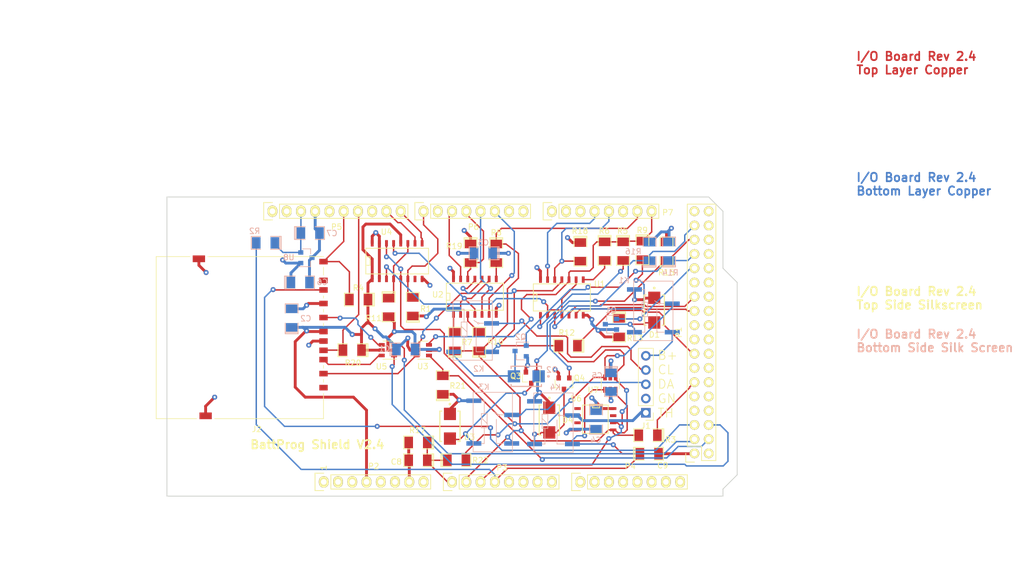
<source format=kicad_pcb>
(kicad_pcb (version 20171130) (host pcbnew "(5.1.4)-1")
  (title_block (title "I/O Board Layout") (date 2020-04-27) (rev 2.3))
  (layers (0 F.Cu signal) (1 In1.Cu power) (2 In2.Cu power) (31 B.Cu signal) (34 B.Paste user) (35 F.Paste user) (36 B.SilkS user) (37 F.SilkS user) (38 B.Mask user) (39 F.Mask user) (44 Edge.Cuts user))
  (net 0 "")
  (net 1 GND)
  (net 2 +5V)
  (net 3 "Net-(U2-Pad10)")
  (net 4 /PULL_SEL1)
  (net 5 /PULL_SEL0)
  (net 6 /PULL_ENB*)
  (net 7 /Batt+)
  (net 8 /Batt_SCL)
  (net 9 /Batt_SDA)
  (net 10 "Net-(R5-Pad2)")
  (net 11 "Net-(R9-Pad2)")
  (net 12 /SCL_EN1)
  (net 13 /SCL_EN2)
  (net 14 "Net-(R6-Pad2)")
  (net 15 /PAS_CLK_EN)
  (net 16 /SCL_EN0)
  (net 17 "Net-(R7-Pad2)")
  (net 18 "Net-(R10-Pad2)")
  (net 19 /SDA_EN1)
  (net 20 /SDA_EN2)
  (net 21 "Net-(R8-Pad2)")
  (net 22 /ACT_CLK_EN)
  (net 23 /SDA_EN0)
  (net 24 /Mega_SCL)
  (net 25 "Net-(R11-Pad1)")
  (net 26 "Net-(J2-Pad1)")
  (net 27 "Net-(J2-Pad2)")
  (net 28 "Net-(J2-Pad5)")
  (net 29 /MISO)
  (net 30 /CD)
  (net 31 /WP)
  (net 32 /SCK)
  (net 33 /SS)
  (net 34 /MOSI)
  (net 35 +3.3V)
  (net 36 /PULL_SCL)
  (net 37 /PULL_SDA)
  (net 38 /SDA_Test)
  (net 39 /SCL_Test)
  (net 40 /AREF)
  (net 41 "Net-(J2-Pad8)")
  (net 42 "Net-(J2-Pad9)")
  (net 43 /48)
  (net 44 /49)
  (net 45 /46)
  (net 46 /47)
  (net 47 /45)
  (net 48 /43)
  (net 49 /41)
  (net 50 /38)
  (net 51 /39)
  (net 52 /36)
  (net 53 /37)
  (net 54 /35)
  (net 55 /33)
  (net 56 /30)
  (net 57 /31)
  (net 58 /29)
  (net 59 /27)
  (net 60 /25)
  (net 61 /23)
  (net 62 "Net-(P2-Pad1)")
  (net 63 /IOREF)
  (net 64 /Reset)
  (net 65 /Vin)
  (net 66 /A4)
  (net 67 /A5)
  (net 68 /A6)
  (net 69 /A7)
  (net 70 /A8)
  (net 71 /A9)
  (net 72 /A10)
  (net 73 /A11)
  (net 74 /A12)
  (net 75 /A13)
  (net 76 /A14)
  (net 77 /A15)
  (net 78 /SCL)
  (net 79 /SDA)
  (net 80 "/13(**)")
  (net 81 /10)
  (net 82 /6)
  (net 83 "/1(Tx0)")
  (net 84 "/0(Rx0)")
  (net 85 "/14(Tx3)")
  (net 86 "/15(Rx3)")
  (net 87 "/16(Tx2)")
  (net 88 "/19(Rx1)")
  (net 89 "Net-(U4-Pad7)")
  (net 90 "Net-(U6-Pad7)")
  (net 91 "Net-(U6-Pad3)")
  (net 92 "Net-(U6-Pad2)")
  (net 93 "Net-(U6-Pad1)")
  (net 94 /13)
  (net 95 /Batt+_Rly)
  (net 96 /SCL_Rly)
  (net 97 /SDA_Rly)
  (net 98 "Net-(J1-Pad5)")
  (net 99 "Net-(J1-Pad4)")
  (net 100 /BattDiv)
  (net 101 "Net-(D1-Pad2)")
  (net 102 "Net-(D2-Pad2)")
  (net 103 "Net-(D3-Pad2)")
  (net 104 "Net-(D4-Pad2)")
  (net 105 "Net-(J1-Pad3)")
  (net 106 "Net-(J1-Pad1)")
  (net 107 /THERM)
  (net 108 /Therm_Rly)
  (module BattProg:DO-214AC (layer F.Cu) (at 153.8 109.2 270)
    (fp_text reference D3 (at 1.9148 -3.5052 180) (layer F.SilkS))
    (fp_text value S1A)
    (pad 2 smd rect (at 2.2 0 270) (size 2.2 2.15) (layers F.Cu F.Paste F.Mask) (net 103 "Net-(D3-Pad2)"))
    (pad 1 smd rect (at -2.2 0 270) (size 2.2 2.15) (layers F.Cu F.Paste F.Mask) (net 2 +5V))
  )
  (module BattProg:DO-214AC (layer F.Cu) (at 171.5 108.1 270)
    (fp_text reference D4 (at 0 -3.3 180) (layer F.SilkS))
    (fp_text value S1A)
    (pad 2 smd rect (at 2.2 0 270) (size 2.2 2.15) (layers F.Cu F.Paste F.Mask) (net 104 "Net-(D4-Pad2)"))
    (pad 1 smd rect (at -2.2 0 270) (size 2.2 2.15) (layers F.Cu F.Paste F.Mask) (net 2 +5V))
  )
  (module BattProg:DO-214AC (layer B.Cu) (at 167.4 100.3 180)
    (fp_text reference D2 (at -4.5212 1.1684) (layer B.SilkS) (effects (justify mirror)))
    (fp_text value S1A)
    (pad 2 smd rect (at 2.2 0 180) (size 2.2 2.15) (layers B.Cu B.Paste B.Mask) (net 102 "Net-(D2-Pad2)"))
    (pad 1 smd rect (at -2.2 0 180) (size 2.2 2.15) (layers B.Cu B.Paste B.Mask) (net 2 +5V))
  )
  (module BattProg:DO-214AC (layer F.Cu) (at 190.2 88.5 270)
    (fp_text reference D1 (at 4.3786 -0.0254 180) (layer F.SilkS))
    (fp_text value S1A)
    (pad 2 smd rect (at 2.2 0 270) (size 2.2 2.15) (layers F.Cu F.Paste F.Mask) (net 101 "Net-(D1-Pad2)"))
    (pad 1 smd rect (at -2.2 0 270) (size 2.2 2.15) (layers F.Cu F.Paste F.Mask) (net 2 +5V))
  )
  (module SMD_Packages:SMD-1206_Pol (layer B.Cu) (at 189.357 78.0288 90)
    (fp_text reference R16 (at -0.0254 -2.8956 180) (layer B.SilkS) (effects (justify mirror)))
    (fp_text value 100K)
    (pad 1 smd rect (at -1.651 0 90) (size 1.524 2.032) (layers B.Cu B.Paste B.Mask) (net 108 /Therm_Rly))
    (pad 2 smd rect (at 1.651 0 90) (size 1.524 2.032) (layers B.Cu B.Paste B.Mask) (net 1 GND))
  )
  (module SMD_Packages:SMD-1206_Pol (layer F.Cu) (at 192.3796 78.0034 90)
    (fp_text reference R15 (at -3.7846 -0.0254 180) (layer F.SilkS))
    (fp_text value 100K)
    (pad 1 smd rect (at -1.651 0 90) (size 1.524 2.032) (layers F.Cu F.Paste F.Mask) (net 97 /SDA_Rly))
    (pad 2 smd rect (at 1.651 0 90) (size 1.524 2.032) (layers F.Cu F.Paste F.Mask) (net 1 GND))
  )
  (module SMD_Packages:SMD-1206_Pol (layer B.Cu) (at 192.8368 78.0034 90)
    (fp_text reference R14 (at -3.81 0.2286) (layer B.SilkS) (effects (justify mirror)))
    (fp_text value 100K)
    (pad 1 smd rect (at -1.651 0 90) (size 1.524 2.032) (layers B.Cu B.Paste B.Mask) (net 96 /SCL_Rly))
    (pad 2 smd rect (at 1.651 0 90) (size 1.524 2.032) (layers B.Cu B.Paste B.Mask) (net 1 GND))
  )
  (module SMD_Packages:SMD-1206_Pol (layer F.Cu) (at 183.9468 91.6178 270)
    (fp_text reference R13 (at 1.8796 -2.8194 180) (layer F.SilkS))
    (fp_text value 100K)
    (pad 1 smd rect (at -1.651 0 270) (size 1.524 2.032) (layers F.Cu F.Paste F.Mask) (net 95 /Batt+_Rly))
    (pad 2 smd rect (at 1.651 0 270) (size 1.524 2.032) (layers F.Cu F.Paste F.Mask) (net 1 GND))
  )
  (module TO_SOT_Packages_SMD:SOT-23 (layer F.Cu) (at 174.117 101.5906 270)
    (fp_text reference Q4 (at -0.9812 -2.7432 180) (layer F.SilkS))
    (fp_text value BSS806N)
    (pad 1 smd rect (at -1 -0.95 270) (size 0.9 0.8) (layers F.Cu F.Paste F.Mask) (net 108 /Therm_Rly))
    (pad 2 smd rect (at -1 0.95 270) (size 0.9 0.8) (layers F.Cu F.Paste F.Mask) (net 1 GND))
    (pad 3 smd rect (at 1 0 270) (size 0.9 0.8) (layers F.Cu F.Paste F.Mask) (net 104 "Net-(D4-Pad2)"))
  )
  (module TO_SOT_Packages_SMD:SOT-23 (layer F.Cu) (at 168.2852 100.5426 270)
    (fp_text reference Q3 (at -0.2888 2.7534 180) (layer F.SilkS))
    (fp_text value BSS806N)
    (pad 1 smd rect (at -1 -0.95 270) (size 0.9 0.8) (layers F.Cu F.Paste F.Mask) (net 97 /SDA_Rly))
    (pad 2 smd rect (at -1 0.95 270) (size 0.9 0.8) (layers F.Cu F.Paste F.Mask) (net 1 GND))
    (pad 3 smd rect (at 1 0 270) (size 0.9 0.8) (layers F.Cu F.Paste F.Mask) (net 103 "Net-(D3-Pad2)"))
  )
  (module TO_SOT_Packages_SMD:SOT-23 (layer B.Cu) (at 166.3954 95.7834 180)
    (fp_text reference Q2 (at 0 2.5) (layer B.SilkS) (effects (justify mirror)))
    (fp_text value BSS806N)
    (pad 1 smd rect (at -1 0.95 180) (size 0.9 0.8) (layers B.Cu B.Paste B.Mask) (net 96 /SCL_Rly))
    (pad 2 smd rect (at -1 -0.95 180) (size 0.9 0.8) (layers B.Cu B.Paste B.Mask) (net 1 GND))
    (pad 3 smd rect (at 1 0 180) (size 0.9 0.8) (layers B.Cu B.Paste B.Mask) (net 102 "Net-(D2-Pad2)"))
  )
  (module TO_SOT_Packages_SMD:SOT-23 (layer B.Cu) (at 182.483 91.0082 180)
    (fp_text reference Q1 (at 0 2.5) (layer B.SilkS) (effects (justify mirror)))
    (fp_text value BSS806N)
    (pad 1 smd rect (at -1 0.95 180) (size 0.9 0.8) (layers B.Cu B.Paste B.Mask) (net 95 /Batt+_Rly))
    (pad 2 smd rect (at -1 -0.95 180) (size 0.9 0.8) (layers B.Cu B.Paste B.Mask) (net 1 GND))
    (pad 3 smd rect (at 1 0 180) (size 0.9 0.8) (layers B.Cu B.Paste B.Mask) (net 101 "Net-(D1-Pad2)"))
  )
  (module BattProg:G6L-1F (layer B.Cu) (at 168.8756 112.3696 270)
    (fp_text reference K4 (at -10.1092 -3.692 180) (layer B.SilkS) (effects (justify mirror)))
    (fp_text value G6L-1F)
    (pad 4 smd rect (at 0 -6.74 90) (size 0.8 2.66) (layers B.Cu B.Paste B.Mask) (net 107 /THERM))
    (pad 5 smd rect (at 0 0 90) (size 0.8 2.66) (layers B.Cu B.Paste B.Mask) (net 104 "Net-(D4-Pad2)"))
    (pad 8 smd rect (at -7.62 0 90) (size 0.8 2.66) (layers B.Cu B.Paste B.Mask) (net 2 +5V))
    (pad 2 smd rect (at -5.08 -6.74 90) (size 0.8 2.66) (layers B.Cu B.Paste B.Mask) (net 106 "Net-(J1-Pad1)"))
  )
  (module BattProg:G6L-1F (layer B.Cu) (at 158.0642 112.268 270)
    (fp_text reference K3 (at -10.0584 -1.8034 180) (layer B.SilkS) (effects (justify mirror)))
    (fp_text value G6L-1F)
    (pad 4 smd rect (at 0 -6.74 90) (size 0.8 2.66) (layers B.Cu B.Paste B.Mask) (net 9 /Batt_SDA))
    (pad 5 smd rect (at 0 0 90) (size 0.8 2.66) (layers B.Cu B.Paste B.Mask) (net 103 "Net-(D3-Pad2)"))
    (pad 8 smd rect (at -7.62 0 90) (size 0.8 2.66) (layers B.Cu B.Paste B.Mask) (net 2 +5V))
    (pad 2 smd rect (at -5.08 -6.74 90) (size 0.8 2.66) (layers B.Cu B.Paste B.Mask) (net 105 "Net-(J1-Pad3)"))
  )
  (module BattProg:G6L-1F (layer B.Cu) (at 154.4738 95.9358 270)
    (fp_text reference K2 (at 3.0226 -4.454 180) (layer B.SilkS) (effects (justify mirror)))
    (fp_text value G6L-1F)
    (pad 4 smd rect (at 0 -6.74 90) (size 0.8 2.66) (layers B.Cu B.Paste B.Mask) (net 8 /Batt_SCL))
    (pad 5 smd rect (at 0 0 90) (size 0.8 2.66) (layers B.Cu B.Paste B.Mask) (net 102 "Net-(D2-Pad2)"))
    (pad 8 smd rect (at -7.62 0 90) (size 0.8 2.66) (layers B.Cu B.Paste B.Mask) (net 2 +5V))
    (pad 2 smd rect (at -5.08 -6.74 90) (size 0.8 2.66) (layers B.Cu B.Paste B.Mask) (net 99 "Net-(J1-Pad4)"))
  )
  (module BattProg:G6L-1F (layer B.Cu) (at 186.6646 92.4306 270)
    (fp_text reference K1 (at -9.2456 1.8542) (layer B.SilkS) (effects (justify mirror)))
    (fp_text value G6L-1F)
    (pad 4 smd rect (at 0 -6.74 90) (size 0.8 2.66) (layers B.Cu B.Paste B.Mask) (net 98 "Net-(J1-Pad5)"))
    (pad 5 smd rect (at 0 0 90) (size 0.8 2.66) (layers B.Cu B.Paste B.Mask) (net 101 "Net-(D1-Pad2)"))
    (pad 8 smd rect (at -7.62 0 90) (size 0.8 2.66) (layers B.Cu B.Paste B.Mask) (net 2 +5V))
    (pad 2 smd rect (at -5.08 -6.74 90) (size 0.8 2.66) (layers B.Cu B.Paste B.Mask) (net 7 /Batt+))
  )
  (module Socket_Arduino_Mega:Socket_Strip_Arduino_2x18 (layer F.Cu) (at 197.358 114.046 90)
    (fp_text reference P1 (at 21.59 -2.794 90) (layer F.SilkS))
    (fp_text value Digital)
    (pad 1 thru_hole circle (at 0 0 90) (size 1.7272 1.7272) (drill 1.016) (layers *.Cu *.Mask F.SilkS) (net 1 GND))
    (pad 2 thru_hole oval (at 0 2.54 90) (size 1.7272 1.7272) (drill 1.016) (layers *.Cu *.Mask F.SilkS) (net 1 GND))
    (pad 3 thru_hole oval (at 2.54 0 90) (size 1.7272 1.7272) (drill 1.016) (layers *.Cu *.Mask F.SilkS) (net 32 /SCK))
    (pad 4 thru_hole oval (at 2.54 2.54 90) (size 1.7272 1.7272) (drill 1.016) (layers *.Cu *.Mask F.SilkS) (net 33 /SS))
    (pad 5 thru_hole oval (at 5.08 0 90) (size 1.7272 1.7272) (drill 1.016) (layers *.Cu *.Mask F.SilkS) (net 29 /MISO))
    (pad 6 thru_hole oval (at 5.08 2.54 90) (size 1.7272 1.7272) (drill 1.016) (layers *.Cu *.Mask F.SilkS) (net 34 /MOSI))
    (pad 7 thru_hole oval (at 7.62 0 90) (size 1.7272 1.7272) (drill 1.016) (layers *.Cu *.Mask F.SilkS) (net 43 /48))
    (pad 8 thru_hole oval (at 7.62 2.54 90) (size 1.7272 1.7272) (drill 1.016) (layers *.Cu *.Mask F.SilkS) (net 44 /49))
    (pad 9 thru_hole oval (at 10.16 0 90) (size 1.7272 1.7272) (drill 1.016) (layers *.Cu *.Mask F.SilkS) (net 45 /46))
    (pad 10 thru_hole oval (at 10.16 2.54 90) (size 1.7272 1.7272) (drill 1.016) (layers *.Cu *.Mask F.SilkS) (net 46 /47))
    (pad 11 thru_hole oval (at 12.7 0 90) (size 1.7272 1.7272) (drill 1.016) (layers *.Cu *.Mask F.SilkS) (net 38 /SDA_Test))
    (pad 12 thru_hole oval (at 12.7 2.54 90) (size 1.7272 1.7272) (drill 1.016) (layers *.Cu *.Mask F.SilkS) (net 47 /45))
    (pad 13 thru_hole oval (at 15.24 0 90) (size 1.7272 1.7272) (drill 1.016) (layers *.Cu *.Mask F.SilkS) (net 94 /13))
    (pad 14 thru_hole oval (at 15.24 2.54 90) (size 1.7272 1.7272) (drill 1.016) (layers *.Cu *.Mask F.SilkS) (net 48 /43))
    (pad 15 thru_hole oval (at 17.78 0 90) (size 1.7272 1.7272) (drill 1.016) (layers *.Cu *.Mask F.SilkS) (net 39 /SCL_Test))
    (pad 16 thru_hole oval (at 17.78 2.54 90) (size 1.7272 1.7272) (drill 1.016) (layers *.Cu *.Mask F.SilkS) (net 49 /41))
    (pad 17 thru_hole oval (at 20.32 0 90) (size 1.7272 1.7272) (drill 1.016) (layers *.Cu *.Mask F.SilkS) (net 50 /38))
    (pad 18 thru_hole oval (at 20.32 2.54 90) (size 1.7272 1.7272) (drill 1.016) (layers *.Cu *.Mask F.SilkS) (net 51 /39))
    (pad 19 thru_hole oval (at 22.86 0 90) (size 1.7272 1.7272) (drill 1.016) (layers *.Cu *.Mask F.SilkS) (net 52 /36))
    (pad 20 thru_hole oval (at 22.86 2.54 90) (size 1.7272 1.7272) (drill 1.016) (layers *.Cu *.Mask F.SilkS) (net 53 /37))
    (pad 21 thru_hole oval (at 25.4 0 90) (size 1.7272 1.7272) (drill 1.016) (layers *.Cu *.Mask F.SilkS) (net 13 /SCL_EN2))
    (pad 22 thru_hole oval (at 25.4 2.54 90) (size 1.7272 1.7272) (drill 1.016) (layers *.Cu *.Mask F.SilkS) (net 54 /35))
    (pad 23 thru_hole oval (at 27.94 0 90) (size 1.7272 1.7272) (drill 1.016) (layers *.Cu *.Mask F.SilkS) (net 12 /SCL_EN1))
    (pad 24 thru_hole oval (at 27.94 2.54 90) (size 1.7272 1.7272) (drill 1.016) (layers *.Cu *.Mask F.SilkS) (net 55 /33))
    (pad 25 thru_hole oval (at 30.48 0 90) (size 1.7272 1.7272) (drill 1.016) (layers *.Cu *.Mask F.SilkS) (net 56 /30))
    (pad 26 thru_hole oval (at 30.48 2.54 90) (size 1.7272 1.7272) (drill 1.016) (layers *.Cu *.Mask F.SilkS) (net 57 /31))
    (pad 27 thru_hole oval (at 33.02 0 90) (size 1.7272 1.7272) (drill 1.016) (layers *.Cu *.Mask F.SilkS) (net 95 /Batt+_Rly))
    (pad 28 thru_hole oval (at 33.02 2.54 90) (size 1.7272 1.7272) (drill 1.016) (layers *.Cu *.Mask F.SilkS) (net 58 /29))
    (pad 29 thru_hole oval (at 35.56 0 90) (size 1.7272 1.7272) (drill 1.016) (layers *.Cu *.Mask F.SilkS) (net 96 /SCL_Rly))
    (pad 30 thru_hole oval (at 35.56 2.54 90) (size 1.7272 1.7272) (drill 1.016) (layers *.Cu *.Mask F.SilkS) (net 59 /27))
    (pad 31 thru_hole oval (at 38.1 0 90) (size 1.7272 1.7272) (drill 1.016) (layers *.Cu *.Mask F.SilkS) (net 97 /SDA_Rly))
    (pad 32 thru_hole oval (at 38.1 2.54 90) (size 1.7272 1.7272) (drill 1.016) (layers *.Cu *.Mask F.SilkS) (net 60 /25))
    (pad 33 thru_hole oval (at 40.64 0 90) (size 1.7272 1.7272) (drill 1.016) (layers *.Cu *.Mask F.SilkS) (net 108 /Therm_Rly))
    (pad 34 thru_hole oval (at 40.64 2.54 90) (size 1.7272 1.7272) (drill 1.016) (layers *.Cu *.Mask F.SilkS) (net 61 /23))
    (pad 35 thru_hole oval (at 43.18 0 90) (size 1.7272 1.7272) (drill 1.016) (layers *.Cu *.Mask F.SilkS) (net 2 +5V))
    (pad 36 thru_hole oval (at 43.18 2.54 90) (size 1.7272 1.7272) (drill 1.016) (layers *.Cu *.Mask F.SilkS) (net 2 +5V))
  )
  (module Socket_Arduino_Mega:Socket_Strip_Arduino_1x08 (layer F.Cu) (at 131.318 119.126)
    (fp_text reference P2 (at 8.89 -2.794) (layer F.SilkS))
    (fp_text value Power)
    (pad 1 thru_hole oval (at 0 0) (size 1.7272 2.032) (drill 1.016) (layers *.Cu *.Mask F.SilkS) (net 62 "Net-(P2-Pad1)"))
    (pad 2 thru_hole oval (at 2.54 0) (size 1.7272 2.032) (drill 1.016) (layers *.Cu *.Mask F.SilkS) (net 63 /IOREF))
    (pad 3 thru_hole oval (at 5.08 0) (size 1.7272 2.032) (drill 1.016) (layers *.Cu *.Mask F.SilkS) (net 64 /Reset))
    (pad 4 thru_hole oval (at 7.62 0) (size 1.7272 2.032) (drill 1.016) (layers *.Cu *.Mask F.SilkS) (net 35 +3.3V))
    (pad 5 thru_hole oval (at 10.16 0) (size 1.7272 2.032) (drill 1.016) (layers *.Cu *.Mask F.SilkS) (net 2 +5V))
    (pad 6 thru_hole oval (at 12.7 0) (size 1.7272 2.032) (drill 1.016) (layers *.Cu *.Mask F.SilkS) (net 1 GND))
    (pad 7 thru_hole oval (at 15.24 0) (size 1.7272 2.032) (drill 1.016) (layers *.Cu *.Mask F.SilkS) (net 1 GND))
    (pad 8 thru_hole oval (at 17.78 0) (size 1.7272 2.032) (drill 1.016) (layers *.Cu *.Mask F.SilkS) (net 65 /Vin))
  )
  (module Socket_Arduino_Mega:Socket_Strip_Arduino_1x08 (layer F.Cu) (at 154.178 119.126)
    (fp_text reference P3 (at 8.89 -2.54) (layer F.SilkS))
    (fp_text value Analog)
    (pad 1 thru_hole oval (at 0 0) (size 1.7272 2.032) (drill 1.016) (layers *.Cu *.Mask F.SilkS) (net 100 /BattDiv))
    (pad 2 thru_hole oval (at 2.54 0) (size 1.7272 2.032) (drill 1.016) (layers *.Cu *.Mask F.SilkS) (net 9 /Batt_SDA))
    (pad 3 thru_hole oval (at 5.08 0) (size 1.7272 2.032) (drill 1.016) (layers *.Cu *.Mask F.SilkS) (net 8 /Batt_SCL))
    (pad 4 thru_hole oval (at 7.62 0) (size 1.7272 2.032) (drill 1.016) (layers *.Cu *.Mask F.SilkS) (net 107 /THERM))
    (pad 5 thru_hole oval (at 10.16 0) (size 1.7272 2.032) (drill 1.016) (layers *.Cu *.Mask F.SilkS) (net 66 /A4))
    (pad 6 thru_hole oval (at 12.7 0) (size 1.7272 2.032) (drill 1.016) (layers *.Cu *.Mask F.SilkS) (net 67 /A5))
    (pad 7 thru_hole oval (at 15.24 0) (size 1.7272 2.032) (drill 1.016) (layers *.Cu *.Mask F.SilkS) (net 68 /A6))
    (pad 8 thru_hole oval (at 17.78 0) (size 1.7272 2.032) (drill 1.016) (layers *.Cu *.Mask F.SilkS) (net 69 /A7))
  )
  (module Socket_Arduino_Mega:Socket_Strip_Arduino_1x08 (layer F.Cu) (at 177.038 119.126)
    (fp_text reference P4 (at 8.89 -2.794) (layer F.SilkS))
    (fp_text value Analog)
    (pad 1 thru_hole oval (at 0 0) (size 1.7272 2.032) (drill 1.016) (layers *.Cu *.Mask F.SilkS) (net 70 /A8))
    (pad 2 thru_hole oval (at 2.54 0) (size 1.7272 2.032) (drill 1.016) (layers *.Cu *.Mask F.SilkS) (net 71 /A9))
    (pad 3 thru_hole oval (at 5.08 0) (size 1.7272 2.032) (drill 1.016) (layers *.Cu *.Mask F.SilkS) (net 72 /A10))
    (pad 4 thru_hole oval (at 7.62 0) (size 1.7272 2.032) (drill 1.016) (layers *.Cu *.Mask F.SilkS) (net 73 /A11))
    (pad 5 thru_hole oval (at 10.16 0) (size 1.7272 2.032) (drill 1.016) (layers *.Cu *.Mask F.SilkS) (net 74 /A12))
    (pad 6 thru_hole oval (at 12.7 0) (size 1.7272 2.032) (drill 1.016) (layers *.Cu *.Mask F.SilkS) (net 75 /A13))
    (pad 7 thru_hole oval (at 15.24 0) (size 1.7272 2.032) (drill 1.016) (layers *.Cu *.Mask F.SilkS) (net 76 /A14))
    (pad 8 thru_hole oval (at 17.78 0) (size 1.7272 2.032) (drill 1.016) (layers *.Cu *.Mask F.SilkS) (net 77 /A15))
  )
  (module Socket_Arduino_Mega:Socket_Strip_Arduino_1x10 (layer F.Cu) (at 122.174 70.866)
    (fp_text reference P5 (at 11.43 2.794) (layer F.SilkS))
    (fp_text value PWM)
    (pad 1 thru_hole oval (at 0 0) (size 1.7272 2.032) (drill 1.016) (layers *.Cu *.Mask F.SilkS) (net 78 /SCL))
    (pad 2 thru_hole oval (at 2.54 0) (size 1.7272 2.032) (drill 1.016) (layers *.Cu *.Mask F.SilkS) (net 79 /SDA))
    (pad 3 thru_hole oval (at 5.08 0) (size 1.7272 2.032) (drill 1.016) (layers *.Cu *.Mask F.SilkS) (net 40 /AREF))
    (pad 4 thru_hole oval (at 7.62 0) (size 1.7272 2.032) (drill 1.016) (layers *.Cu *.Mask F.SilkS) (net 1 GND))
    (pad 5 thru_hole oval (at 10.16 0) (size 1.7272 2.032) (drill 1.016) (layers *.Cu *.Mask F.SilkS) (net 80 "/13(**)"))
    (pad 6 thru_hole oval (at 12.7 0) (size 1.7272 2.032) (drill 1.016) (layers *.Cu *.Mask F.SilkS) (net 31 /WP))
    (pad 7 thru_hole oval (at 15.24 0) (size 1.7272 2.032) (drill 1.016) (layers *.Cu *.Mask F.SilkS) (net 30 /CD))
    (pad 8 thru_hole oval (at 17.78 0) (size 1.7272 2.032) (drill 1.016) (layers *.Cu *.Mask F.SilkS) (net 81 /10))
    (pad 9 thru_hole oval (at 20.32 0) (size 1.7272 2.032) (drill 1.016) (layers *.Cu *.Mask F.SilkS) (net 5 /PULL_SEL0))
    (pad 10 thru_hole oval (at 22.86 0) (size 1.7272 2.032) (drill 1.016) (layers *.Cu *.Mask F.SilkS) (net 4 /PULL_SEL1))
  )
  (module Socket_Arduino_Mega:Socket_Strip_Arduino_1x08 (layer F.Cu) (at 149.098 70.866)
    (fp_text reference P6 (at 8.89 2.794) (layer F.SilkS))
    (fp_text value PWM)
    (pad 1 thru_hole oval (at 0 0) (size 1.7272 2.032) (drill 1.016) (layers *.Cu *.Mask F.SilkS) (net 6 /PULL_ENB*))
    (pad 2 thru_hole oval (at 2.54 0) (size 1.7272 2.032) (drill 1.016) (layers *.Cu *.Mask F.SilkS) (net 82 /6))
    (pad 3 thru_hole oval (at 5.08 0) (size 1.7272 2.032) (drill 1.016) (layers *.Cu *.Mask F.SilkS) (net 23 /SDA_EN0))
    (pad 4 thru_hole oval (at 7.62 0) (size 1.7272 2.032) (drill 1.016) (layers *.Cu *.Mask F.SilkS) (net 22 /ACT_CLK_EN))
    (pad 5 thru_hole oval (at 10.16 0) (size 1.7272 2.032) (drill 1.016) (layers *.Cu *.Mask F.SilkS) (net 19 /SDA_EN1))
    (pad 6 thru_hole oval (at 12.7 0) (size 1.7272 2.032) (drill 1.016) (layers *.Cu *.Mask F.SilkS) (net 20 /SDA_EN2))
    (pad 7 thru_hole oval (at 15.24 0) (size 1.7272 2.032) (drill 1.016) (layers *.Cu *.Mask F.SilkS) (net 83 "/1(Tx0)"))
    (pad 8 thru_hole oval (at 17.78 0) (size 1.7272 2.032) (drill 1.016) (layers *.Cu *.Mask F.SilkS) (net 84 "/0(Rx0)"))
  )
  (module Socket_Arduino_Mega:Socket_Strip_Arduino_1x08 (layer F.Cu) (at 171.958 70.866)
    (fp_text reference P7 (at 20.6502 0.2286) (layer F.SilkS))
    (fp_text value Communication)
    (pad 1 thru_hole oval (at 0 0) (size 1.7272 2.032) (drill 1.016) (layers *.Cu *.Mask F.SilkS) (net 85 "/14(Tx3)"))
    (pad 2 thru_hole oval (at 2.54 0) (size 1.7272 2.032) (drill 1.016) (layers *.Cu *.Mask F.SilkS) (net 86 "/15(Rx3)"))
    (pad 3 thru_hole oval (at 5.08 0) (size 1.7272 2.032) (drill 1.016) (layers *.Cu *.Mask F.SilkS) (net 87 "/16(Tx2)"))
    (pad 4 thru_hole oval (at 7.62 0) (size 1.7272 2.032) (drill 1.016) (layers *.Cu *.Mask F.SilkS) (net 16 /SCL_EN0))
    (pad 5 thru_hole oval (at 10.16 0) (size 1.7272 2.032) (drill 1.016) (layers *.Cu *.Mask F.SilkS) (net 15 /PAS_CLK_EN))
    (pad 6 thru_hole oval (at 12.7 0) (size 1.7272 2.032) (drill 1.016) (layers *.Cu *.Mask F.SilkS) (net 88 "/19(Rx1)"))
    (pad 7 thru_hole oval (at 15.24 0) (size 1.7272 2.032) (drill 1.016) (layers *.Cu *.Mask F.SilkS) (net 9 /Batt_SDA))
    (pad 8 thru_hole oval (at 17.78 0) (size 1.7272 2.032) (drill 1.016) (layers *.Cu *.Mask F.SilkS) (net 24 /Mega_SCL))
  )
  (module TO_SOT_Packages_SMD:SOT-23-6 (layer F.Cu) (at 148.971 95.631 180)
    (fp_text reference U3 (at 0 -2.9 180) (layer F.SilkS))
    (fp_text value SN74LVC2G17)
    (pad 1 smd rect (at -1.1 -0.95 180) (size 1.06 0.65) (layers F.Cu F.Paste F.Mask) (net 33 /SS))
    (pad 2 smd rect (at -1.1 0 180) (size 1.06 0.65) (layers F.Cu F.Paste F.Mask) (net 1 GND))
    (pad 3 smd rect (at -1.1 0.95 180) (size 1.06 0.65) (layers F.Cu F.Paste F.Mask) (net 24 /Mega_SCL))
    (pad 4 smd rect (at 1.1 0.95 180) (size 1.06 0.65) (layers F.Cu F.Paste F.Mask) (net 3 "Net-(U2-Pad10)"))
    (pad 6 smd rect (at 1.1 -0.95 180) (size 1.06 0.65) (layers F.Cu F.Paste F.Mask) (net 26 "Net-(J2-Pad1)"))
    (pad 5 smd rect (at 1.1 0 180) (size 1.06 0.65) (layers F.Cu F.Paste F.Mask) (net 35 +3.3V))
  )
  (module SMD_Packages:SO-16-N (layer F.Cu) (at 144.399 79.756)
    (fp_text reference U4 (at -1.905 -5.207) (layer F.SilkS))
    (fp_text value MAX4618)
    (pad 16 smd rect (at -4.445 -3.175) (size 0.508 1.143) (layers F.Cu F.Paste F.Mask) (net 2 +5V))
    (pad 14 smd rect (at -1.905 -3.175) (size 0.508 1.143) (layers F.Cu F.Paste F.Mask) (net 7 /Batt+))
    (pad 13 smd rect (at -0.635 -3.175) (size 0.508 1.143) (layers F.Cu F.Paste F.Mask) (net 37 /PULL_SDA))
    (pad 12 smd rect (at 0.635 -3.175) (size 0.508 1.143) (layers F.Cu F.Paste F.Mask) (net 35 +3.3V))
    (pad 11 smd rect (at 1.905 -3.175) (size 0.508 1.143) (layers F.Cu F.Paste F.Mask) (net 25 "Net-(R11-Pad1)"))
    (pad 10 smd rect (at 3.175 -3.175) (size 0.508 1.143) (layers F.Cu F.Paste F.Mask) (net 5 /PULL_SEL0))
    (pad 9 smd rect (at 4.445 -3.175) (size 0.508 1.143) (layers F.Cu F.Paste F.Mask) (net 4 /PULL_SEL1))
    (pad 8 smd rect (at 4.445 3.175) (size 0.508 1.143) (layers F.Cu F.Paste F.Mask) (net 1 GND))
    (pad 7 smd rect (at 3.175 3.175) (size 0.508 1.143) (layers F.Cu F.Paste F.Mask) (net 89 "Net-(U4-Pad7)"))
    (pad 6 smd rect (at 1.905 3.175) (size 0.508 1.143) (layers F.Cu F.Paste F.Mask) (net 6 /PULL_ENB*))
    (pad 5 smd rect (at 0.635 3.175) (size 0.508 1.143) (layers F.Cu F.Paste F.Mask) (net 7 /Batt+))
    (pad 4 smd rect (at -0.635 3.175) (size 0.508 1.143) (layers F.Cu F.Paste F.Mask) (net 25 "Net-(R11-Pad1)"))
    (pad 3 smd rect (at -1.905 3.175) (size 0.508 1.143) (layers F.Cu F.Paste F.Mask) (net 36 /PULL_SCL))
    (pad 2 smd rect (at -3.175 3.175) (size 0.508 1.143) (layers F.Cu F.Paste F.Mask) (net 2 +5V))
    (pad 1 smd rect (at -4.445 3.175) (size 0.508 1.143) (layers F.Cu F.Paste F.Mask) (net 35 +3.3V))
    (pad 15 smd rect (at -3.175 -3.175) (size 0.508 1.143) (layers F.Cu F.Paste F.Mask) (net 2 +5V))
  )
  (module SMD_Packages:SOIC-14_N (layer F.Cu) (at 173.736 86.106)
    (fp_text reference U1 (at 6.731 -2.286) (layer F.SilkS))
    (fp_text value MAX4614)
    (pad 1 smd rect (at -3.81 3.302) (size 0.508 1.143) (layers F.Cu F.Paste F.Mask) (net 10 "Net-(R5-Pad2)"))
    (pad 2 smd rect (at -2.54 3.302) (size 0.508 1.143) (layers F.Cu F.Paste F.Mask) (net 36 /PULL_SCL))
    (pad 3 smd rect (at -1.27 3.302) (size 0.508 1.143) (layers F.Cu F.Paste F.Mask) (net 11 "Net-(R9-Pad2)"))
    (pad 4 smd rect (at 0 3.302) (size 0.508 1.143) (layers F.Cu F.Paste F.Mask) (net 36 /PULL_SCL))
    (pad 5 smd rect (at 1.27 3.302) (size 0.508 1.143) (layers F.Cu F.Paste F.Mask) (net 12 /SCL_EN1))
    (pad 6 smd rect (at 2.54 3.302) (size 0.508 1.143) (layers F.Cu F.Paste F.Mask) (net 13 /SCL_EN2))
    (pad 7 smd rect (at 3.81 3.302) (size 0.508 1.143) (layers F.Cu F.Paste F.Mask) (net 1 GND))
    (pad 8 smd rect (at 3.81 -3.048) (size 0.508 1.143) (layers F.Cu F.Paste F.Mask) (net 14 "Net-(R6-Pad2)"))
    (pad 9 smd rect (at 2.54 -3.048) (size 0.508 1.143) (layers F.Cu F.Paste F.Mask) (net 36 /PULL_SCL))
    (pad 11 smd rect (at 0 -3.048) (size 0.508 1.143) (layers F.Cu F.Paste F.Mask) (net 8 /Batt_SCL))
    (pad 12 smd rect (at -1.27 -3.048) (size 0.508 1.143) (layers F.Cu F.Paste F.Mask) (net 15 /PAS_CLK_EN))
    (pad 13 smd rect (at -2.54 -3.048) (size 0.508 1.143) (layers F.Cu F.Paste F.Mask) (net 16 /SCL_EN0))
    (pad 14 smd rect (at -3.81 -3.048) (size 0.508 1.143) (layers F.Cu F.Paste F.Mask) (net 2 +5V))
    (pad 10 smd rect (at 1.27 -3.048) (size 0.508 1.143) (layers F.Cu F.Paste F.Mask) (net 24 /Mega_SCL))
  )
  (module SMD_Packages:SOIC-14_N (layer F.Cu) (at 158.242 85.979)
    (fp_text reference U2 (at -6.604 -0.254) (layer F.SilkS))
    (fp_text value MAX4614)
    (pad 1 smd rect (at -3.81 3.302) (size 0.508 1.143) (layers F.Cu F.Paste F.Mask) (net 17 "Net-(R7-Pad2)"))
    (pad 2 smd rect (at -2.54 3.302) (size 0.508 1.143) (layers F.Cu F.Paste F.Mask) (net 37 /PULL_SDA))
    (pad 3 smd rect (at -1.27 3.302) (size 0.508 1.143) (layers F.Cu F.Paste F.Mask) (net 18 "Net-(R10-Pad2)"))
    (pad 4 smd rect (at 0 3.302) (size 0.508 1.143) (layers F.Cu F.Paste F.Mask) (net 37 /PULL_SDA))
    (pad 5 smd rect (at 1.27 3.302) (size 0.508 1.143) (layers F.Cu F.Paste F.Mask) (net 19 /SDA_EN1))
    (pad 6 smd rect (at 2.54 3.302) (size 0.508 1.143) (layers F.Cu F.Paste F.Mask) (net 20 /SDA_EN2))
    (pad 7 smd rect (at 3.81 3.302) (size 0.508 1.143) (layers F.Cu F.Paste F.Mask) (net 1 GND))
    (pad 8 smd rect (at 3.81 -3.048) (size 0.508 1.143) (layers F.Cu F.Paste F.Mask) (net 21 "Net-(R8-Pad2)"))
    (pad 9 smd rect (at 2.54 -3.048) (size 0.508 1.143) (layers F.Cu F.Paste F.Mask) (net 37 /PULL_SDA))
    (pad 11 smd rect (at 0 -3.048) (size 0.508 1.143) (layers F.Cu F.Paste F.Mask) (net 8 /Batt_SCL))
    (pad 12 smd rect (at -1.27 -3.048) (size 0.508 1.143) (layers F.Cu F.Paste F.Mask) (net 22 /ACT_CLK_EN))
    (pad 13 smd rect (at -2.54 -3.048) (size 0.508 1.143) (layers F.Cu F.Paste F.Mask) (net 23 /SDA_EN0))
    (pad 14 smd rect (at -3.81 -3.048) (size 0.508 1.143) (layers F.Cu F.Paste F.Mask) (net 2 +5V))
    (pad 10 smd rect (at 1.27 -3.048) (size 0.508 1.143) (layers F.Cu F.Paste F.Mask) (net 3 "Net-(U2-Pad10)"))
  )
  (module SMD_Packages:SMD-1206_Pol (layer F.Cu) (at 147.193 87.884 90)
    (fp_text reference R1 (at -0.381 2.286 180) (layer F.SilkS))
    (fp_text value 100K)
    (pad 1 smd rect (at -1.651 0 90) (size 1.524 2.032) (layers F.Cu F.Paste F.Mask) (net 2 +5V))
    (pad 2 smd rect (at 1.651 0 90) (size 1.524 2.032) (layers F.Cu F.Paste F.Mask) (net 6 /PULL_ENB*))
  )
  (module SMD_Packages:SMD-1206_Pol (layer F.Cu) (at 137.541 86.614 180)
    (fp_text reference R4 (at 0.0508 2.0828 180) (layer F.SilkS))
    (fp_text value 10K)
    (pad 1 smd rect (at -1.651 0 180) (size 1.524 2.032) (layers F.Cu F.Paste F.Mask) (net 35 +3.3V))
    (pad 2 smd rect (at 1.651 0 180) (size 1.524 2.032) (layers F.Cu F.Paste F.Mask) (net 31 /WP))
  )
  (module SMD_Packages:SMD-1206_Pol (layer F.Cu) (at 184.658 77.978 270)
    (fp_text reference R5 (at -3.6068 0.1016) (layer F.SilkS))
    (fp_text value 10K)
    (pad 1 smd rect (at -1.651 0 270) (size 1.524 2.032) (layers F.Cu F.Paste F.Mask) (net 24 /Mega_SCL))
    (pad 2 smd rect (at 1.651 0 270) (size 1.524 2.032) (layers F.Cu F.Paste F.Mask) (net 10 "Net-(R5-Pad2)"))
  )
  (module SMD_Packages:SMD-1206_Pol (layer F.Cu) (at 181.356 77.978 270)
    (fp_text reference R6 (at -3.6068 0.0508) (layer F.SilkS))
    (fp_text value 5.1K)
    (pad 1 smd rect (at -1.651 0 270) (size 1.524 2.032) (layers F.Cu F.Paste F.Mask) (net 24 /Mega_SCL))
    (pad 2 smd rect (at 1.651 0 270) (size 1.524 2.032) (layers F.Cu F.Paste F.Mask) (net 14 "Net-(R6-Pad2)"))
  )
  (module SMD_Packages:SMD-1206_Pol (layer F.Cu) (at 154.686 94.107 90)
    (fp_text reference R7 (at -0.127 2.1336 180) (layer F.SilkS))
    (fp_text value 10K)
    (pad 1 smd rect (at -1.651 0 90) (size 1.524 2.032) (layers F.Cu F.Paste F.Mask) (net 9 /Batt_SDA))
    (pad 2 smd rect (at 1.651 0 90) (size 1.524 2.032) (layers F.Cu F.Paste F.Mask) (net 17 "Net-(R7-Pad2)"))
  )
  (module SMD_Packages:SMD-1206_Pol (layer F.Cu) (at 162.052 78.359 270)
    (fp_text reference R8 (at -3.683 0) (layer F.SilkS))
    (fp_text value 5.1K)
    (pad 1 smd rect (at -1.651 0 270) (size 1.524 2.032) (layers F.Cu F.Paste F.Mask) (net 9 /Batt_SDA))
    (pad 2 smd rect (at 1.651 0 270) (size 1.524 2.032) (layers F.Cu F.Paste F.Mask) (net 21 "Net-(R8-Pad2)"))
  )
  (module SMD_Packages:SMD-1206_Pol (layer F.Cu) (at 188.087 77.851 270)
    (fp_text reference R9 (at -3.6068 0.0254) (layer F.SilkS))
    (fp_text value 6.8K)
    (pad 1 smd rect (at -1.651 0 270) (size 1.524 2.032) (layers F.Cu F.Paste F.Mask) (net 24 /Mega_SCL))
    (pad 2 smd rect (at 1.651 0 270) (size 1.524 2.032) (layers F.Cu F.Paste F.Mask) (net 11 "Net-(R9-Pad2)"))
  )
  (module SMD_Packages:SMD-1206_Pol (layer F.Cu) (at 159.004 94.107 90)
    (fp_text reference R10 (at 0 2.921 180) (layer F.SilkS))
    (fp_text value 6.8K)
    (pad 1 smd rect (at -1.651 0 90) (size 1.524 2.032) (layers F.Cu F.Paste F.Mask) (net 9 /Batt_SDA))
    (pad 2 smd rect (at 1.651 0 90) (size 1.524 2.032) (layers F.Cu F.Paste F.Mask) (net 18 "Net-(R10-Pad2)"))
  )
  (module SMD_Packages:SMD-1206_Pol (layer F.Cu) (at 142.875 88.011 270)
    (fp_text reference R11 (at 1.9304 2.6924) (layer F.SilkS))
    (fp_text value 10K)
    (pad 1 smd rect (at -1.651 0 270) (size 1.524 2.032) (layers F.Cu F.Paste F.Mask) (net 25 "Net-(R11-Pad1)"))
    (pad 2 smd rect (at 1.651 0 270) (size 1.524 2.032) (layers F.Cu F.Paste F.Mask) (net 1 GND))
  )
  (module SMD_Packages:SMD-1206_Pol (layer F.Cu) (at 177.038 78.105 270)
    (fp_text reference R18 (at -3.7084 0.0762) (layer F.SilkS))
    (fp_text value 100K)
    (pad 1 smd rect (at -1.651 0 270) (size 1.524 2.032) (layers F.Cu F.Paste F.Mask) (net 2 +5V))
    (pad 2 smd rect (at 1.651 0 270) (size 1.524 2.032) (layers F.Cu F.Paste F.Mask) (net 15 /PAS_CLK_EN))
  )
  (module SMD_Packages:SMD-1206_Pol (layer F.Cu) (at 157.48 78.359 270)
    (fp_text reference R19 (at -1.27 2.921) (layer F.SilkS))
    (fp_text value 100K)
    (pad 1 smd rect (at -1.651 0 270) (size 1.524 2.032) (layers F.Cu F.Paste F.Mask) (net 2 +5V))
    (pad 2 smd rect (at 1.651 0 270) (size 1.524 2.032) (layers F.Cu F.Paste F.Mask) (net 22 /ACT_CLK_EN))
  )
  (module Connectors:SD_Card_Receptacle (layer F.Cu) (at 119.126 93.345 270)
    (fp_text reference J2 (at 16.383 -0.254) (layer F.SilkS))
    (fp_text value SD_Card)
    (pad 1 smd rect (at 6.47 -12.15 270) (size 1 1.5) (layers F.Cu F.Paste F.Mask) (net 26 "Net-(J2-Pad1)"))
    (pad 2 smd rect (at 3.97 -12.15 270) (size 1 1.5) (layers F.Cu F.Paste F.Mask) (net 27 "Net-(J2-Pad2)"))
    (pad 3 smd rect (at 0.67 -12.15 270) (size 1 1.5) (layers F.Cu F.Paste F.Mask) (net 1 GND))
    (pad 4 smd rect (at -1.03 -12.15 270) (size 1 1.5) (layers F.Cu F.Paste F.Mask) (net 35 +3.3V))
    (pad 5 smd rect (at -3.53 -12.15 270) (size 1 1.5) (layers F.Cu F.Paste F.Mask) (net 28 "Net-(J2-Pad5)"))
    (pad 6 smd rect (at -6.03 -12.15 270) (size 1 1.5) (layers F.Cu F.Paste F.Mask) (net 1 GND))
    (pad 7 smd rect (at -8.45 -12.15 270) (size 1 1.5) (layers F.Cu F.Paste F.Mask) (net 29 /MISO))
    (pad 8 smd rect (at -10.15 -12.15 270) (size 1 1.5) (layers F.Cu F.Paste F.Mask) (net 41 "Net-(J2-Pad8)"))
    (pad 9 smd rect (at 8.97 -12.15 270) (size 1 1.5) (layers F.Cu F.Paste F.Mask) (net 42 "Net-(J2-Pad9)"))
    (pad 10 smd rect (at 2.32 -12.15 270) (size 1 1.5) (layers F.Cu F.Paste F.Mask) (net 30 /CD))
    (pad 11 smd rect (at -13.5 -12.15 270) (size 1 1.5) (layers F.Cu F.Paste F.Mask) (net 31 /WP))
    (pad 12 smd rect (at 14 8.85 270) (size 1.2 2.2) (layers F.Cu F.Paste F.Mask) (net 1 GND))
    (pad 13 smd rect (at -14 10.05 270) (size 1.2 2.2) (layers F.Cu F.Paste F.Mask) (net 1 GND))
    (pad "" np_thru_hole circle (at 11.7 12.15 270) (size 1.5 1.5) (drill 1.5) (layers *.Cu *.Mask))
    (pad "" np_thru_hole circle (at -12.5 12.15 270) (size 1.5 1.5) (drill 1.5) (layers *.Cu *.Mask))
  )
  (module SMD_Packages:SMD-1206_Pol (layer F.Cu) (at 136.398 95.631 180)
    (fp_text reference R20 (at -0.127 -2.286 180) (layer F.SilkS))
    (fp_text value 10K)
    (pad 1 smd rect (at -1.651 0 180) (size 1.524 2.032) (layers F.Cu F.Paste F.Mask) (net 35 +3.3V))
    (pad 2 smd rect (at 1.651 0 180) (size 1.524 2.032) (layers F.Cu F.Paste F.Mask) (net 30 /CD))
  )
  (module SMD_Packages:SMD-1206_Pol (layer F.Cu) (at 152.527 101.854 90)
    (fp_text reference R21 (at -0.127 2.667 180) (layer F.SilkS))
    (fp_text value 100K)
    (pad 1 smd rect (at -1.651 0 90) (size 1.524 2.032) (layers F.Cu F.Paste F.Mask) (net 2 +5V))
    (pad 2 smd rect (at 1.651 0 90) (size 1.524 2.032) (layers F.Cu F.Paste F.Mask) (net 33 /SS))
  )
  (module TO_SOT_Packages_SMD:SOT-23-6 (layer F.Cu) (at 142.748 95.631 180)
    (fp_text reference U5 (at 1.143 -2.921 180) (layer F.SilkS))
    (fp_text value SN74LVC2G17)
    (pad 1 smd rect (at -1.1 -0.95 180) (size 1.06 0.65) (layers F.Cu F.Paste F.Mask) (net 34 /MOSI))
    (pad 2 smd rect (at -1.1 0 180) (size 1.06 0.65) (layers F.Cu F.Paste F.Mask) (net 1 GND))
    (pad 3 smd rect (at -1.1 0.95 180) (size 1.06 0.65) (layers F.Cu F.Paste F.Mask) (net 32 /SCK))
    (pad 4 smd rect (at 1.1 0.95 180) (size 1.06 0.65) (layers F.Cu F.Paste F.Mask) (net 28 "Net-(J2-Pad5)"))
    (pad 6 smd rect (at 1.1 -0.95 180) (size 1.06 0.65) (layers F.Cu F.Paste F.Mask) (net 27 "Net-(J2-Pad2)"))
    (pad 5 smd rect (at 1.1 0 180) (size 1.06 0.65) (layers F.Cu F.Paste F.Mask) (net 35 +3.3V))
  )
  (module SMD_Packages:SOIC-8-N (layer F.Cu) (at 179.705 107.95 270)
    (fp_text reference U6 (at -3.683 3.429) (layer F.SilkS))
    (fp_text value ATECC508A)
    (pad 8 smd rect (at -1.905 -3.175 270) (size 0.508 1.143) (layers F.Cu F.Paste F.Mask) (net 2 +5V))
    (pad 7 smd rect (at -0.635 -3.175 270) (size 0.508 1.143) (layers F.Cu F.Paste F.Mask) (net 90 "Net-(U6-Pad7)"))
    (pad 6 smd rect (at 0.635 -3.175 270) (size 0.508 1.143) (layers F.Cu F.Paste F.Mask) (net 8 /Batt_SCL))
    (pad 5 smd rect (at 1.905 -3.175 270) (size 0.508 1.143) (layers F.Cu F.Paste F.Mask) (net 9 /Batt_SDA))
    (pad 4 smd rect (at 1.905 3.175 270) (size 0.508 1.143) (layers F.Cu F.Paste F.Mask) (net 1 GND))
    (pad 3 smd rect (at 0.635 3.175 270) (size 0.508 1.143) (layers F.Cu F.Paste F.Mask) (net 91 "Net-(U6-Pad3)"))
    (pad 2 smd rect (at -0.635 3.175 270) (size 0.508 1.143) (layers F.Cu F.Paste F.Mask) (net 92 "Net-(U6-Pad2)"))
    (pad 1 smd rect (at -1.905 3.175 270) (size 0.508 1.143) (layers F.Cu F.Paste F.Mask) (net 93 "Net-(U6-Pad1)"))
  )
  (module SMD_Packages:SMD-1206_Pol (layer B.Cu) (at 145.923 95.504)
    (fp_text reference C1 (at -3.81 -0.127) (layer B.SilkS) (effects (justify mirror)))
    (fp_text value .1uf)
    (pad 1 smd rect (at -1.651 0) (size 1.524 2.032) (layers B.Cu B.Paste B.Mask) (net 35 +3.3V))
    (pad 2 smd rect (at 1.651 0) (size 1.524 2.032) (layers B.Cu B.Paste B.Mask) (net 1 GND))
  )
  (module SMD_Packages:SMD-1206_Pol (layer B.Cu) (at 125.603 89.916 90)
    (fp_text reference C2 (at -0.0762 2.5146 180) (layer B.SilkS) (effects (justify mirror)))
    (fp_text value .1uf)
    (pad 1 smd rect (at -1.651 0 90) (size 1.524 2.032) (layers B.Cu B.Paste B.Mask) (net 35 +3.3V))
    (pad 2 smd rect (at 1.651 0 90) (size 1.524 2.032) (layers B.Cu B.Paste B.Mask) (net 1 GND))
  )
  (module SMD_Packages:SMD-1206_Pol (layer B.Cu) (at 159.766 78.359 180)
    (fp_text reference C3 (at 0 1.905 180) (layer B.SilkS) (effects (justify mirror)))
    (fp_text value .1uf)
    (pad 1 smd rect (at -1.651 0 180) (size 1.524 2.032) (layers B.Cu B.Paste B.Mask) (net 2 +5V))
    (pad 2 smd rect (at 1.651 0 180) (size 1.524 2.032) (layers B.Cu B.Paste B.Mask) (net 1 GND))
  )
  (module SMD_Packages:SMD-1206_Pol (layer B.Cu) (at 179.832 108.077 270)
    (fp_text reference C4 (at 3.5814 0.0508) (layer B.SilkS) (effects (justify mirror)))
    (fp_text value .1uf)
    (pad 1 smd rect (at -1.651 0 270) (size 1.524 2.032) (layers B.Cu B.Paste B.Mask) (net 2 +5V))
    (pad 2 smd rect (at 1.651 0 270) (size 1.524 2.032) (layers B.Cu B.Paste B.Mask) (net 1 GND))
  )
  (module TO_SOT_Packages_SMD:SOT-23-6 (layer F.Cu) (at 182.372 101.6 90)
    (fp_text reference U7 (at -1.143 -3.048 180) (layer F.SilkS))
    (fp_text value DT2042-04SO-7)
    (pad 1 smd rect (at -1.1 -0.95 90) (size 1.06 0.65) (layers F.Cu F.Paste F.Mask) (net 107 /THERM))
    (pad 2 smd rect (at -1.1 0 90) (size 1.06 0.65) (layers F.Cu F.Paste F.Mask) (net 1 GND))
    (pad 3 smd rect (at -1.1 0.95 90) (size 1.06 0.65) (layers F.Cu F.Paste F.Mask) (net 9 /Batt_SDA))
    (pad 4 smd rect (at 1.1 0.95 90) (size 1.06 0.65) (layers F.Cu F.Paste F.Mask) (net 8 /Batt_SCL))
    (pad 6 smd rect (at 1.1 -0.95 90) (size 1.06 0.65) (layers F.Cu F.Paste F.Mask) (net 7 /Batt+))
    (pad 5 smd rect (at 1.1 0 90) (size 1.06 0.65) (layers F.Cu F.Paste F.Mask) (net 2 +5V))
  )
  (module SMD_Packages:SMD-1206_Pol (layer B.Cu) (at 182.499 101.346 270)
    (fp_text reference C5 (at -1.1684 2.4892) (layer B.SilkS) (effects (justify mirror)))
    (fp_text value .1uf)
    (pad 1 smd rect (at -1.651 0 270) (size 1.524 2.032) (layers B.Cu B.Paste B.Mask) (net 2 +5V))
    (pad 2 smd rect (at 1.651 0 270) (size 1.524 2.032) (layers B.Cu B.Paste B.Mask) (net 1 GND))
  )
  (module SMD_Packages:SMD-1206_Pol (layer F.Cu) (at 189.1 110.8 180)
    (fp_text reference R3 (at -4 -0.8 180) (layer F.SilkS))
    (fp_text value 10K)
    (pad 2 smd rect (at 1.651 0 180) (size 1.524 2.032) (layers F.Cu F.Paste F.Mask) (net 9 /Batt_SDA))
    (pad 1 smd rect (at -1.651 0 180) (size 1.524 2.032) (layers F.Cu F.Paste F.Mask) (net 38 /SDA_Test))
  )
  (module SMD_Packages:SMD-1206_Pol (layer F.Cu) (at 174.8536 94.8436 180)
    (fp_text reference R12 (at 0.254 2.3114 180) (layer F.SilkS))
    (fp_text value 10K)
    (pad 1 smd rect (at -1.651 0 180) (size 1.524 2.032) (layers F.Cu F.Paste F.Mask) (net 39 /SCL_Test))
    (pad 2 smd rect (at 1.651 0 180) (size 1.524 2.032) (layers F.Cu F.Paste F.Mask) (net 8 /Batt_SCL))
  )
  (module SMD_Packages:SMD-1206_Pol (layer B.Cu) (at 127.127 83.566)
    (fp_text reference C6 (at 3.937 -0.0762) (layer B.SilkS) (effects (justify mirror)))
    (fp_text value .1uf)
    (pad 1 smd rect (at -1.651 0) (size 1.524 2.032) (layers B.Cu B.Paste B.Mask) (net 2 +5V))
    (pad 2 smd rect (at 1.651 0) (size 1.524 2.032) (layers B.Cu B.Paste B.Mask) (net 1 GND))
  )
  (module SMD_Packages:SMD-1206_Pol (layer B.Cu) (at 128.905 74.7522)
    (fp_text reference C7 (at 3.8608 0.0508) (layer B.SilkS) (effects (justify mirror)))
    (fp_text value .1uf)
    (pad 2 smd rect (at 1.651 0) (size 1.524 2.032) (layers B.Cu B.Paste B.Mask) (net 1 GND))
    (pad 1 smd rect (at -1.651 0) (size 1.524 2.032) (layers B.Cu B.Paste B.Mask) (net 40 /AREF))
  )
  (module TO_SOT_Packages_SMD:SOT-23 (layer B.Cu) (at 128.2286 79.1566)
    (fp_text reference U8 (at -3.1336 -0.061) (layer B.SilkS) (effects (justify mirror)))
    (fp_text value NCP51460SN33T1G)
    (pad 3 smd rect (at 1 0) (size 0.9 0.8) (layers B.Cu B.Paste B.Mask) (net 1 GND))
    (pad 2 smd rect (at -1 -0.95) (size 0.9 0.8) (layers B.Cu B.Paste B.Mask) (net 40 /AREF))
    (pad 1 smd rect (at -1 0.95) (size 0.9 0.8) (layers B.Cu B.Paste B.Mask) (net 2 +5V))
  )
  (module SMD_Packages:SMD-1206_Pol (layer F.Cu) (at 148.1074 115.2652 180)
    (fp_text reference C8 (at 3.8608 -0.2794) (layer F.SilkS))
    (fp_text value .1uf)
    (pad 2 smd rect (at 1.651 0 180) (size 1.524 2.032) (layers F.Cu F.Paste F.Mask) (net 1 GND))
    (pad 1 smd rect (at -1.651 0 180) (size 1.524 2.032) (layers F.Cu F.Paste F.Mask) (net 100 /BattDiv))
  )
  (module SMD_Packages:SMD-1206_Pol (layer F.Cu) (at 148.1074 112.0902 180)
    (fp_text reference R17 (at 0.1016 2.1844) (layer F.SilkS))
    (fp_text value 6.8K)
    (pad 1 smd rect (at -1.651 0 180) (size 1.524 2.032) (layers F.Cu F.Paste F.Mask) (net 100 /BattDiv))
    (pad 2 smd rect (at 1.651 0 180) (size 1.524 2.032) (layers F.Cu F.Paste F.Mask) (net 1 GND))
  )
  (module SMD_Packages:SMD-1206_Pol (layer F.Cu) (at 154.9908 115.2652)
    (fp_text reference R22 (at 4.2418 0.0254) (layer F.SilkS))
    (fp_text value 3.6K)
    (pad 2 smd rect (at 1.651 0) (size 1.524 2.032) (layers F.Cu F.Paste F.Mask) (net 7 /Batt+))
    (pad 1 smd rect (at -1.651 0) (size 1.524 2.032) (layers F.Cu F.Paste F.Mask) (net 100 /BattDiv))
  )
  (module Pin_Headers:Pin_Header_Straight_1x05_Pitch2.54mm (layer F.Cu) (at 188.7 106.8 180)
    (fp_text reference J1 (at 0 -2.33) (layer F.SilkS))
    (fp_text value Conn_01x05)
    (pad 5 thru_hole oval (at 0 10.16 180) (size 1.7 1.7) (drill 1) (layers *.Cu *.Mask) (net 98 "Net-(J1-Pad5)"))
    (pad 4 thru_hole oval (at 0 7.62 180) (size 1.7 1.7) (drill 1) (layers *.Cu *.Mask) (net 99 "Net-(J1-Pad4)"))
    (pad 3 thru_hole oval (at 0 5.08 180) (size 1.7 1.7) (drill 1) (layers *.Cu *.Mask) (net 105 "Net-(J1-Pad3)"))
    (pad 2 thru_hole oval (at 0 2.54 180) (size 1.7 1.7) (drill 1) (layers *.Cu *.Mask) (net 1 GND))
    (pad 1 thru_hole rect (at 0 0 180) (size 1.7 1.7) (drill 1) (layers *.Cu *.Mask) (net 106 "Net-(J1-Pad1)"))
  )
  (module SMD_Packages:SMD-1206_Pol (layer B.Cu) (at 120.949 76.5 180)
    (fp_text reference R2 (at 1.949 2.1) (layer B.SilkS) (effects (justify mirror)))
    (fp_text value 33K)
    (pad 2 smd rect (at 1.651 0 180) (size 1.524 2.032) (layers B.Cu B.Paste B.Mask) (net 107 /THERM))
    (pad 1 smd rect (at -1.651 0 180) (size 1.524 2.032) (layers B.Cu B.Paste B.Mask) (net 40 /AREF))
  )
  (module SMD_Packages:SMD-1206_Pol (layer F.Cu) (at 189.3 114.1)
    (fp_text reference C9 (at 2.4 2.1) (layer F.SilkS))
    (fp_text value .1uf)
    (pad 2 smd rect (at 1.651 0) (size 1.524 2.032) (layers F.Cu F.Paste F.Mask) (net 1 GND))
    (pad 1 smd rect (at -1.651 0) (size 1.524 2.032) (layers F.Cu F.Paste F.Mask) (net 107 /THERM))
  )
  (gr_text "I/O Board Rev 2.4\nBottom Side Silk Screen" (at 226.06 93.98) (layer B.SilkS) (effects (font (size 1.5 1.5) (thickness 0.3)) (justify left)))
  (gr_text "I/O Board Rev 2.4\nTop Side Silkscreen" (at 226.06 86.36) (layer F.SilkS) (effects (font (size 1.5 1.5) (thickness 0.3)) (justify left)))
  (gr_text "I/O Board Rev 2.4\nBottom Layer Copper" (at 226.06 66.04) (layer B.Cu) (effects (font (size 1.5 1.5) (thickness 0.3)) (justify left)))
  (gr_text "I/O Board Rev 2.4\nTop Layer Copper" (at 226.06 44.45) (layer F.Cu) (effects (font (size 1.5 1.5) (thickness 0.3)) (justify left)))
  (gr_text "BattProg Shield V2.4" (at 130.175 112.4712) (layer F.SilkS) (effects (font (size 1.5 1.5) (thickness 0.3))))
  (gr_text "B+\nCL\nDA\nGN\nTH" (at 190.7 101.7) (layer F.SilkS) (effects (font (size 1.6 1.6)) (justify left)))
  (gr_text 1 (at 131.318 116.586 90) (layer F.SilkS) (effects (font (size 1 1))))
  (gr_line (start 202.438 121.666) (end 103.378 121.666) (angle 90) (layer Edge.Cuts) (width 0.15))
  (gr_line (start 202.438 120.396) (end 202.438 121.666) (angle 90) (layer Edge.Cuts) (width 0.15))
  (gr_line (start 204.978 117.856) (end 202.438 120.396) (angle 90) (layer Edge.Cuts) (width 0.15))
  (gr_line (start 204.978 83.566) (end 204.978 117.856) (angle 90) (layer Edge.Cuts) (width 0.15))
  (gr_line (start 202.438 81.026) (end 204.978 83.566) (angle 90) (layer Edge.Cuts) (width 0.15))
  (gr_line (start 202.438 70.866) (end 202.438 81.026) (angle 90) (layer Edge.Cuts) (width 0.15))
  (gr_line (start 199.898 68.326) (end 202.438 70.866) (angle 90) (layer Edge.Cuts) (width 0.15))
  (gr_line (start 103.378 68.326) (end 199.898 68.326) (angle 90) (layer Edge.Cuts) (width 0.15))
  (gr_line (start 103.378 121.666) (end 103.378 68.326) (angle 90) (layer Edge.Cuts) (width 0.15))
  (segment (start 146.431 118.999) (end 146.558 119.126) (width 0.508) (layer F.Cu) (net 1))
  (segment (start 177.546 89.408) (end 178.308 89.408) (width 0.508) (layer F.Cu) (net 1))
  (via (at 179.07 90.17) (size 0.889) (drill 0.381) (layers F.Cu B.Cu) (net 1))
  (segment (start 178.308 89.408) (end 179.07 90.17) (width 0.508) (layer F.Cu) (net 1))
  (segment (start 131.276 94.015) (end 129.378 94.015) (width 0.508) (layer F.Cu) (net 1))
  (via (at 128.651 94.742) (size 0.889) (drill 0.381) (layers F.Cu B.Cu) (net 1))
  (segment (start 129.378 94.015) (end 128.651 94.742) (width 0.508) (layer F.Cu) (net 1))
  (segment (start 110.276 107.345) (end 110.276 105.624) (width 0.508) (layer F.Cu) (net 1))
  (via (at 111.887 104.013) (size 0.889) (drill 0.381) (layers F.Cu B.Cu) (net 1))
  (segment (start 110.276 105.624) (end 111.887 104.013) (width 0.508) (layer F.Cu) (net 1))
  (segment (start 109.076 79.345) (end 109.076 80.501) (width 0.508) (layer F.Cu) (net 1))
  (via (at 110.363 81.788) (size 0.889) (drill 0.381) (layers F.Cu B.Cu) (net 1))
  (segment (start 109.076 80.501) (end 110.363 81.788) (width 0.508) (layer F.Cu) (net 1))
  (segment (start 158.115 78.359) (end 155.321 78.359) (width 0.508) (layer B.Cu) (net 1))
  (via (at 155.321 78.359) (size 0.889) (drill 0.381) (layers F.Cu B.Cu) (net 1))
  (segment (start 148.844 82.931) (end 149.098 82.931) (width 0.508) (layer F.Cu) (net 1))
  (segment (start 149.098 82.931) (end 150.241 84.074) (width 0.508) (layer F.Cu) (net 1))
  (via (at 150.241 84.074) (size 0.889) (drill 0.381) (layers F.Cu B.Cu) (net 1))
  (segment (start 143.891 92.329) (end 143.891 90.678) (width 0.508) (layer F.Cu) (net 1))
  (segment (start 143.891 90.678) (end 142.875 89.662) (width 0.508) (layer F.Cu) (net 1))
  (segment (start 182.372 102.7) (end 182.372 104.521) (width 0.508) (layer F.Cu) (net 1))
  (segment (start 182.499 104.648) (end 182.499 102.997) (width 0.508) (layer B.Cu) (net 1))
  (via (at 182.499 104.648) (size 0.889) (drill 0.381) (layers F.Cu B.Cu) (net 1))
  (segment (start 182.372 104.521) (end 182.499 104.648) (width 0.508) (layer F.Cu) (net 1))
  (via (at 143.891 92.329) (size 0.889) (drill 0.381) (layers F.Cu B.Cu) (net 1))
  (segment (start 147.574 92.837) (end 147.574 95.504) (width 0.508) (layer B.Cu) (net 1))
  (segment (start 147.066 92.329) (end 147.574 92.837) (width 0.508) (layer B.Cu) (net 1))
  (segment (start 143.891 92.329) (end 147.066 92.329) (width 0.508) (layer B.Cu) (net 1))
  (segment (start 143.848 95.631) (end 142.748 95.631) (width 0.508) (layer F.Cu) (net 1))
  (segment (start 142.748 93.472) (end 143.891 92.329) (width 0.508) (layer F.Cu) (net 1))
  (segment (start 142.748 95.631) (end 142.748 93.472) (width 0.508) (layer F.Cu) (net 1))
  (segment (start 147.574 95.504) (end 151.892 95.504) (width 0.508) (layer B.Cu) (net 1))
  (segment (start 151.765 95.631) (end 150.071 95.631) (width 0.508) (layer F.Cu) (net 1))
  (segment (start 151.892 95.504) (end 151.765 95.631) (width 0.508) (layer F.Cu) (net 1))
  (via (at 151.892 95.504) (size 0.889) (drill 0.381) (layers F.Cu B.Cu) (net 1))
  (segment (start 125.603 88.265) (end 127.635 88.265) (width 0.508) (layer B.Cu) (net 1))
  (segment (start 128.585 87.315) (end 131.276 87.315) (width 0.508) (layer F.Cu) (net 1))
  (segment (start 128.27 87.63) (end 128.585 87.315) (width 0.508) (layer F.Cu) (net 1))
  (via (at 128.27 87.63) (size 0.889) (drill 0.381) (layers F.Cu B.Cu) (net 1))
  (segment (start 127.635 88.265) (end 128.27 87.63) (width 0.508) (layer B.Cu) (net 1))
  (segment (start 109.076 79.345) (end 109.076 79.866) (width 0.508) (layer F.Cu) (net 1))
  (segment (start 129.794 73.9902) (end 130.556 74.7522) (width 0.508) (layer B.Cu) (net 1))
  (segment (start 129.794 70.866) (end 129.794 73.9902) (width 0.508) (layer B.Cu) (net 1))
  (segment (start 130.556 77.8292) (end 129.2286 79.1566) (width 0.508) (layer B.Cu) (net 1))
  (segment (start 130.556 74.7522) (end 130.556 77.8292) (width 0.508) (layer B.Cu) (net 1))
  (segment (start 128.778 79.6072) (end 129.2286 79.1566) (width 0.508) (layer B.Cu) (net 1))
  (segment (start 128.778 83.566) (end 128.778 79.6072) (width 0.508) (layer B.Cu) (net 1))
  (segment (start 179.07 90.9574) (end 179.07 90.17) (width 0.508) (layer B.Cu) (net 1))
  (segment (start 183.483 91.9582) (end 180.0708 91.9582) (width 0.508) (layer B.Cu) (net 1))
  (segment (start 180.0708 91.9582) (end 179.07 90.9574) (width 0.508) (layer B.Cu) (net 1))
  (via (at 180.212517 92.099917) (size 0.889) (drill 0.381) (layers F.Cu B.Cu) (net 1))
  (segment (start 183.9468 93.2688) (end 181.3814 93.2688) (width 0.508) (layer F.Cu) (net 1))
  (segment (start 181.3814 93.2688) (end 180.212517 92.099917) (width 0.508) (layer F.Cu) (net 1))
  (segment (start 146.558 115.3668) (end 146.4564 115.2652) (width 0.508) (layer F.Cu) (net 1))
  (segment (start 146.558 119.126) (end 146.558 115.3668) (width 0.508) (layer F.Cu) (net 1))
  (segment (start 146.4564 115.2652) (end 146.4564 112.0902) (width 0.508) (layer F.Cu) (net 1))
  (via (at 193.2432 73.8886) (size 0.889) (drill 0.381) (layers F.Cu B.Cu) (net 1))
  (segment (start 192.3796 76.3524) (end 192.3796 74.7522) (width 0.508) (layer F.Cu) (net 1))
  (segment (start 192.3796 74.7522) (end 193.2432 73.8886) (width 0.508) (layer F.Cu) (net 1))
  (segment (start 192.5828 74.549) (end 193.2432 73.8886) (width 0.508) (layer B.Cu) (net 1))
  (segment (start 191.4398 74.549) (end 192.5828 74.549) (width 0.508) (layer B.Cu) (net 1))
  (segment (start 189.357 76.3778) (end 189.611 76.3778) (width 0.508) (layer B.Cu) (net 1))
  (segment (start 189.611 76.3778) (end 191.4398 74.549) (width 0.508) (layer B.Cu) (net 1))
  (segment (start 192.8368 74.295) (end 193.2432 73.8886) (width 0.508) (layer B.Cu) (net 1))
  (segment (start 192.8368 76.3524) (end 192.8368 74.295) (width 0.508) (layer B.Cu) (net 1))
  (via (at 174.523404 110.3884) (size 0.889) (drill 0.381) (layers F.Cu B.Cu) (net 1))
  (segment (start 179.832 109.728) (end 175.183804 109.728) (width 0.508) (layer B.Cu) (net 1))
  (segment (start 174.967903 109.943901) (end 174.523404 110.3884) (width 0.508) (layer B.Cu) (net 1))
  (segment (start 175.183804 109.728) (end 174.967903 109.943901) (width 0.508) (layer B.Cu) (net 1))
  (segment (start 174.967903 109.943901) (end 174.523404 110.3884) (width 0.508) (layer F.Cu) (net 1))
  (segment (start 175.056804 109.855) (end 174.967903 109.943901) (width 0.508) (layer F.Cu) (net 1))
  (segment (start 176.53 109.855) (end 175.056804 109.855) (width 0.508) (layer F.Cu) (net 1))
  (via (at 172.5168 99.06) (size 0.889) (drill 0.381) (layers F.Cu B.Cu) (net 1))
  (segment (start 173.167 100.5906) (end 173.167 99.7102) (width 0.508) (layer F.Cu) (net 1))
  (segment (start 173.167 99.7102) (end 172.5168 99.06) (width 0.508) (layer F.Cu) (net 1))
  (via (at 167.64 98.3234) (size 0.889) (drill 0.381) (layers F.Cu B.Cu) (net 1))
  (segment (start 167.3352 99.5426) (end 167.3352 98.6282) (width 0.508) (layer F.Cu) (net 1))
  (segment (start 167.3352 98.6282) (end 167.64 98.3234) (width 0.508) (layer F.Cu) (net 1))
  (segment (start 167.64 96.978) (end 167.3954 96.7334) (width 0.508) (layer B.Cu) (net 1))
  (segment (start 167.64 98.3234) (end 167.64 96.978) (width 0.508) (layer B.Cu) (net 1))
  (via (at 162.56 87.63) (size 0.889) (drill 0.381) (layers F.Cu B.Cu) (net 1))
  (segment (start 162.052 88.138) (end 162.56 87.63) (width 0.508) (layer F.Cu) (net 1))
  (segment (start 162.052 89.281) (end 162.052 88.138) (width 0.508) (layer F.Cu) (net 1))
  (segment (start 197.304 114.1) (end 197.358 114.046) (width 0.508) (layer F.Cu) (net 1))
  (segment (start 190.951 114.1) (end 197.304 114.1) (width 0.508) (layer F.Cu) (net 1))
  (segment (start 152.527 103.505) (end 154.432 103.505) (width 0.508) (layer F.Cu) (net 2))
  (via (at 155.448 104.521) (size 0.889) (drill 0.381) (layers F.Cu B.Cu) (net 2))
  (segment (start 154.432 103.505) (end 155.448 104.521) (width 0.508) (layer F.Cu) (net 2))
  (segment (start 161.417 78.359) (end 164.211 78.359) (width 0.508) (layer B.Cu) (net 2))
  (via (at 164.211 78.359) (size 0.889) (drill 0.381) (layers F.Cu B.Cu) (net 2))
  (segment (start 169.926 83.058) (end 169.926 81.534) (width 0.508) (layer F.Cu) (net 2))
  (via (at 169.291 80.899) (size 0.889) (drill 0.381) (layers F.Cu B.Cu) (net 2))
  (segment (start 169.926 81.534) (end 169.291 80.899) (width 0.508) (layer F.Cu) (net 2))
  (segment (start 177.038 76.454) (end 175.641 76.454) (width 0.508) (layer F.Cu) (net 2))
  (via (at 174.752 75.565) (size 0.889) (drill 0.381) (layers F.Cu B.Cu) (net 2))
  (segment (start 175.641 76.454) (end 174.752 75.565) (width 0.508) (layer F.Cu) (net 2))
  (segment (start 147.193 89.535) (end 149.479 89.535) (width 0.508) (layer F.Cu) (net 2))
  (via (at 149.606 89.662) (size 0.889) (drill 0.381) (layers F.Cu B.Cu) (net 2))
  (segment (start 149.479 89.535) (end 149.606 89.662) (width 0.508) (layer F.Cu) (net 2))
  (segment (start 141.224 76.581) (end 141.224 75.311) (width 0.508) (layer F.Cu) (net 2))
  (via (at 140.589 74.676) (size 0.889) (drill 0.381) (layers F.Cu B.Cu) (net 2))
  (segment (start 141.224 75.311) (end 140.589 74.676) (width 0.508) (layer F.Cu) (net 2))
  (via (at 156.337 74.295) (size 0.889) (drill 0.381) (layers F.Cu B.Cu) (net 2))
  (segment (start 157.48 75.438) (end 156.337 74.295) (width 0.508) (layer F.Cu) (net 2))
  (segment (start 157.48 76.708) (end 157.48 75.438) (width 0.508) (layer F.Cu) (net 2))
  (segment (start 182.88 106.045) (end 180.975 106.045) (width 0.508) (layer F.Cu) (net 2))
  (segment (start 179.832 104.902) (end 179.832 106.426) (width 0.508) (layer B.Cu) (net 2))
  (segment (start 179.07 104.14) (end 179.832 104.902) (width 0.508) (layer B.Cu) (net 2))
  (via (at 179.07 104.14) (size 0.889) (drill 0.381) (layers F.Cu B.Cu) (net 2))
  (segment (start 180.975 106.045) (end 179.07 104.14) (width 0.508) (layer F.Cu) (net 2))
  (segment (start 141.224 82.931) (end 141.224 76.581) (width 0.508) (layer F.Cu) (net 2))
  (segment (start 125.476 81.8592) (end 127.2286 80.1066) (width 0.508) (layer B.Cu) (net 2))
  (segment (start 125.476 83.566) (end 125.476 81.8592) (width 0.508) (layer B.Cu) (net 2))
  (via (at 124.0028 79.5528) (size 0.889) (drill 0.381) (layers F.Cu B.Cu) (net 2))
  (segment (start 127.2286 80.1066) (end 124.5566 80.1066) (width 0.508) (layer B.Cu) (net 2))
  (segment (start 124.5566 80.1066) (end 124.0028 79.5528) (width 0.508) (layer B.Cu) (net 2))
  (via (at 169.7482 103.1748) (size 0.889) (drill 0.381) (layers F.Cu B.Cu) (net 2))
  (segment (start 168.8756 104.7496) (end 168.8756 104.0474) (width 0.508) (layer B.Cu) (net 2))
  (segment (start 168.8756 104.0474) (end 169.7482 103.1748) (width 0.508) (layer B.Cu) (net 2))
  (segment (start 155.575 104.648) (end 155.448 104.521) (width 0.508) (layer B.Cu) (net 2))
  (segment (start 158.0642 104.648) (end 155.575 104.648) (width 0.508) (layer B.Cu) (net 2))
  (segment (start 188.536 86.3542) (end 188.2508 86.6394) (width 0.508) (layer F.Cu) (net 2))
  (segment (start 190.119 86.3542) (end 188.536 86.3542) (width 0.508) (layer F.Cu) (net 2))
  (via (at 186.69 86.6394) (size 0.889) (drill 0.381) (layers F.Cu B.Cu) (net 2))
  (segment (start 188.2508 86.6394) (end 186.69 86.6394) (width 0.508) (layer F.Cu) (net 2))
  (segment (start 186.69 84.836) (end 186.6646 84.8106) (width 0.508) (layer B.Cu) (net 2))
  (segment (start 186.69 86.6394) (end 186.69 84.836) (width 0.508) (layer B.Cu) (net 2))
  (segment (start 171.3992 104.8258) (end 169.7482 103.1748) (width 0.508) (layer F.Cu) (net 2))
  (segment (start 171.3992 105.9278) (end 171.3992 104.8258) (width 0.508) (layer F.Cu) (net 2))
  (segment (start 153.8224 106.1466) (end 155.448 104.521) (width 0.508) (layer F.Cu) (net 2))
  (segment (start 153.8224 107.1568) (end 153.8224 106.1466) (width 0.508) (layer F.Cu) (net 2))
  (segment (start 150.9522 88.3158) (end 149.606 89.662) (width 0.508) (layer B.Cu) (net 2))
  (segment (start 154.4738 88.3158) (end 150.9522 88.3158) (width 0.508) (layer B.Cu) (net 2))
  (segment (start 169.4082 102.8348) (end 169.7482 103.1748) (width 0.508) (layer B.Cu) (net 2))
  (segment (start 169.4082 100.2284) (end 169.4082 102.8348) (width 0.508) (layer B.Cu) (net 2))
  (segment (start 182.372 97.673191) (end 182.485166 97.560025) (width 0.508) (layer F.Cu) (net 2))
  (segment (start 182.372 100.5) (end 182.372 97.673191) (width 0.508) (layer F.Cu) (net 2))
  (segment (start 182.499 97.573859) (end 182.485166 97.560025) (width 0.508) (layer B.Cu) (net 2))
  (via (at 182.485166 97.560025) (size 0.889) (drill 0.381) (layers F.Cu B.Cu) (net 2))
  (segment (start 182.499 99.695) (end 182.499 97.573859) (width 0.508) (layer B.Cu) (net 2))
  (segment (start 154.432 82.931) (end 154.432 81.661) (width 0.508) (layer F.Cu) (net 2))
  (via (at 153.797 81.026) (size 0.889) (drill 0.381) (layers F.Cu B.Cu) (net 2))
  (segment (start 154.432 81.661) (end 153.797 81.026) (width 0.508) (layer F.Cu) (net 2))
  (segment (start 139.954 75.311) (end 140.589 74.676) (width 0.508) (layer F.Cu) (net 2))
  (segment (start 139.954 76.581) (end 139.954 75.311) (width 0.508) (layer F.Cu) (net 2))
  (segment (start 148.717 93.835) (end 147.871 94.681) (width 0.254) (layer F.Cu) (net 3))
  (segment (start 148.717 93.472) (end 148.717 93.835) (width 0.254) (layer F.Cu) (net 3))
  (segment (start 148.971 93.218) (end 148.717 93.472) (width 0.254) (layer F.Cu) (net 3))
  (via (at 148.971 93.218) (size 0.889) (drill 0.381) (layers F.Cu B.Cu) (net 3))
  (segment (start 148.971 92.329) (end 148.971 93.218) (width 0.254) (layer B.Cu) (net 3))
  (segment (start 151.384 89.916) (end 148.971 92.329) (width 0.254) (layer B.Cu) (net 3))
  (via (at 151.384 89.916) (size 0.889) (drill 0.381) (layers F.Cu B.Cu) (net 3))
  (segment (start 151.828499 89.471501) (end 151.384 89.916) (width 0.254) (layer F.Cu) (net 3))
  (segment (start 155.790899 85.509101) (end 151.828499 89.471501) (width 0.254) (layer F.Cu) (net 3))
  (segment (start 157.251399 85.509101) (end 155.790899 85.509101) (width 0.254) (layer F.Cu) (net 3))
  (segment (start 159.512 82.931) (end 159.512 83.2485) (width 0.254) (layer F.Cu) (net 3))
  (segment (start 159.512 83.2485) (end 157.251399 85.509101) (width 0.254) (layer F.Cu) (net 3))
  (segment (start 145.034 71.0184) (end 145.034 70.866) (width 0.254) (layer F.Cu) (net 4))
  (segment (start 148.6596 74.644) (end 145.034 71.0184) (width 0.254) (layer F.Cu) (net 4))
  (segment (start 148.6596 75.5711) (end 148.6596 74.644) (width 0.254) (layer F.Cu) (net 4))
  (segment (start 148.844 75.7555) (end 148.6596 75.5711) (width 0.254) (layer F.Cu) (net 4))
  (segment (start 148.844 76.581) (end 148.844 75.7555) (width 0.254) (layer F.Cu) (net 4))
  (segment (start 147.574 76.581) (end 147.574 75.438) (width 0.254) (layer F.Cu) (net 5))
  (segment (start 144.526 72.898) (end 142.494 70.866) (width 0.254) (layer F.Cu) (net 5))
  (segment (start 145.034 72.898) (end 144.526 72.898) (width 0.254) (layer F.Cu) (net 5))
  (segment (start 147.574 75.438) (end 145.034 72.898) (width 0.254) (layer F.Cu) (net 5))
  (segment (start 146.304 82.931) (end 146.304 85.344) (width 0.254) (layer F.Cu) (net 6))
  (segment (start 146.304 85.344) (end 147.193 86.233) (width 0.254) (layer F.Cu) (net 6))
  (segment (start 149.098 70.866) (end 149.098 73.279) (width 0.254) (layer F.Cu) (net 6))
  (segment (start 146.304 81.407) (end 146.304 82.931) (width 0.254) (layer F.Cu) (net 6))
  (segment (start 147.066 80.645) (end 146.304 81.407) (width 0.254) (layer F.Cu) (net 6))
  (segment (start 149.352 80.645) (end 147.066 80.645) (width 0.254) (layer F.Cu) (net 6))
  (segment (start 151.638 78.359) (end 149.352 80.645) (width 0.254) (layer F.Cu) (net 6))
  (segment (start 151.638 75.819) (end 151.638 78.359) (width 0.254) (layer F.Cu) (net 6))
  (segment (start 149.098 73.279) (end 151.638 75.819) (width 0.254) (layer F.Cu) (net 6))
  (segment (start 145.034 82.931) (end 145.034 81.153) (width 0.254) (layer F.Cu) (net 7))
  (segment (start 142.494 78.994) (end 142.494 76.581) (width 0.254) (layer F.Cu) (net 7))
  (via (at 142.494 78.994) (size 0.889) (drill 0.381) (layers F.Cu B.Cu) (net 7))
  (segment (start 142.875 78.994) (end 142.494 78.994) (width 0.254) (layer B.Cu) (net 7))
  (segment (start 145.034 81.153) (end 142.875 78.994) (width 0.254) (layer B.Cu) (net 7))
  (via (at 145.034 81.153) (size 0.889) (drill 0.381) (layers F.Cu B.Cu) (net 7))
  (segment (start 162.3568 110.744) (end 159.766 110.744) (width 0.254) (layer F.Cu) (net 7))
  (segment (start 159.766 110.744) (end 156.6418 113.8682) (width 0.254) (layer F.Cu) (net 7))
  (segment (start 156.6418 113.8682) (end 156.6418 115.2652) (width 0.254) (layer F.Cu) (net 7))
  (via (at 162.3568 110.744) (size 0.889) (drill 0.381) (layers F.Cu B.Cu) (net 7))
  (via (at 175.3362 104.5972) (size 0.889) (drill 0.381) (layers F.Cu B.Cu) (net 7))
  (segment (start 179.4334 100.5) (end 175.780699 104.152701) (width 0.254) (layer F.Cu) (net 7))
  (segment (start 175.780699 104.152701) (end 175.3362 104.5972) (width 0.254) (layer F.Cu) (net 7))
  (segment (start 181.422 100.5) (end 179.4334 100.5) (width 0.254) (layer F.Cu) (net 7))
  (segment (start 181.422 100.5) (end 181.422 97.019167) (width 0.254) (layer F.Cu) (net 7))
  (segment (start 193.4046 88.0046) (end 184.7876 96.6216) (width 0.254) (layer B.Cu) (net 7))
  (via (at 183.6166 96.6216) (size 0.889) (drill 0.381) (layers F.Cu B.Cu) (net 7))
  (segment (start 181.422 97.019167) (end 181.819567 96.6216) (width 0.254) (layer F.Cu) (net 7))
  (segment (start 181.819567 96.6216) (end 182.987983 96.6216) (width 0.254) (layer F.Cu) (net 7))
  (segment (start 184.245217 96.6216) (end 183.6166 96.6216) (width 0.254) (layer B.Cu) (net 7))
  (segment (start 184.7876 96.6216) (end 184.245217 96.6216) (width 0.254) (layer B.Cu) (net 7))
  (segment (start 182.987983 96.6216) (end 183.6166 96.6216) (width 0.254) (layer F.Cu) (net 7))
  (segment (start 193.4046 87.3506) (end 193.4046 88.0046) (width 0.254) (layer B.Cu) (net 7))
  (via (at 165.353998 108.7628) (size 0.889) (drill 0.381) (layers F.Cu B.Cu) (net 7))
  (segment (start 152.781 92.71) (end 152.781 96.189802) (width 0.254) (layer F.Cu) (net 7))
  (segment (start 145.034 82.931) (end 145.034 91.313) (width 0.254) (layer F.Cu) (net 7))
  (segment (start 164.909499 108.318301) (end 165.353998 108.7628) (width 0.254) (layer F.Cu) (net 7))
  (segment (start 145.034 91.313) (end 145.669 91.948) (width 0.254) (layer F.Cu) (net 7))
  (segment (start 145.669 91.948) (end 152.019 91.948) (width 0.254) (layer F.Cu) (net 7))
  (segment (start 152.019 91.948) (end 152.781 92.71) (width 0.254) (layer F.Cu) (net 7))
  (segment (start 164.725381 108.7628) (end 165.353998 108.7628) (width 0.254) (layer B.Cu) (net 7))
  (segment (start 162.3568 110.744) (end 164.338 108.7628) (width 0.254) (layer B.Cu) (net 7))
  (segment (start 171.1706 108.7628) (end 165.982615 108.7628) (width 0.254) (layer B.Cu) (net 7))
  (segment (start 164.338 108.7628) (end 164.725381 108.7628) (width 0.254) (layer B.Cu) (net 7))
  (segment (start 175.3362 104.5972) (end 171.1706 108.7628) (width 0.254) (layer B.Cu) (net 7))
  (segment (start 152.781 96.189802) (end 164.909499 108.318301) (width 0.254) (layer F.Cu) (net 7))
  (segment (start 165.982615 108.7628) (end 165.353998 108.7628) (width 0.254) (layer B.Cu) (net 7))
  (via (at 185.2676 102.8192) (size 0.889) (drill 0.381) (layers F.Cu B.Cu) (net 8))
  (segment (start 183.322 100.8736) (end 183.322 100.5) (width 0.254) (layer F.Cu) (net 8))
  (segment (start 185.2676 102.8192) (end 183.322 100.8736) (width 0.254) (layer F.Cu) (net 8))
  (via (at 162.4076 94.7674) (size 0.889) (drill 0.381) (layers F.Cu B.Cu) (net 8))
  (segment (start 173.2026 94.8436) (end 162.4838 94.8436) (width 0.254) (layer F.Cu) (net 8))
  (segment (start 162.4838 94.8436) (end 162.4076 94.7674) (width 0.254) (layer F.Cu) (net 8))
  (segment (start 162.3822 94.7674) (end 161.2138 95.9358) (width 0.254) (layer B.Cu) (net 8))
  (segment (start 162.4076 94.7674) (end 162.3822 94.7674) (width 0.254) (layer B.Cu) (net 8))
  (segment (start 185.2676 105.7656) (end 184.645299 106.387901) (width 0.254) (layer B.Cu) (net 8))
  (segment (start 182.88 108.585) (end 183.1975 108.585) (width 0.254) (layer F.Cu) (net 8))
  (segment (start 185.2676 102.8192) (end 185.2676 105.7656) (width 0.254) (layer B.Cu) (net 8))
  (via (at 184.3278 109.2708) (size 0.889) (drill 0.381) (layers F.Cu B.Cu) (net 8))
  (segment (start 182.88 108.585) (end 183.642 108.585) (width 0.254) (layer F.Cu) (net 8))
  (segment (start 183.642 108.585) (end 184.3278 109.2708) (width 0.254) (layer F.Cu) (net 8))
  (via (at 184.4802 106.5784) (size 0.889) (drill 0.381) (layers F.Cu B.Cu) (net 8))
  (segment (start 184.645299 106.387901) (end 184.645299 106.413301) (width 0.254) (layer B.Cu) (net 8))
  (segment (start 184.645299 106.413301) (end 184.4802 106.5784) (width 0.254) (layer B.Cu) (net 8))
  (segment (start 184.4802 109.1184) (end 184.3278 109.2708) (width 0.254) (layer F.Cu) (net 8))
  (segment (start 184.4802 106.5784) (end 184.4802 109.1184) (width 0.254) (layer F.Cu) (net 8))
  (segment (start 173.2026 96.0628) (end 173.2026 94.8436) (width 0.254) (layer F.Cu) (net 8))
  (segment (start 174.8282 97.6884) (end 173.2026 96.0628) (width 0.254) (layer F.Cu) (net 8))
  (segment (start 179.4256 97.6884) (end 174.8282 97.6884) (width 0.254) (layer F.Cu) (net 8))
  (segment (start 183.322 99.716) (end 184.785 98.253) (width 0.254) (layer F.Cu) (net 8))
  (segment (start 184.785 98.253) (end 184.785 96.266) (width 0.254) (layer F.Cu) (net 8))
  (segment (start 184.785 96.266) (end 184.1246 95.6056) (width 0.254) (layer F.Cu) (net 8))
  (segment (start 183.322 100.5) (end 183.322 99.716) (width 0.254) (layer F.Cu) (net 8))
  (segment (start 184.1246 95.6056) (end 181.5084 95.6056) (width 0.254) (layer F.Cu) (net 8))
  (segment (start 181.5084 95.6056) (end 179.4256 97.6884) (width 0.254) (layer F.Cu) (net 8))
  (segment (start 158.242 83.2485) (end 156.8577 84.6328) (width 0.254) (layer F.Cu) (net 8))
  (segment (start 156.8577 84.6328) (end 156.762417 84.6328) (width 0.254) (layer F.Cu) (net 8))
  (segment (start 158.242 82.931) (end 158.242 83.2485) (width 0.254) (layer F.Cu) (net 8))
  (via (at 156.1338 84.6328) (size 0.889) (drill 0.381) (layers F.Cu B.Cu) (net 8))
  (segment (start 156.762417 84.6328) (end 156.1338 84.6328) (width 0.254) (layer F.Cu) (net 8))
  (segment (start 165.2524 85.667817) (end 165.2524 85.0392) (width 0.254) (layer F.Cu) (net 8))
  (segment (start 172.0723 85.0392) (end 165.881017 85.0392) (width 0.254) (layer F.Cu) (net 8))
  (segment (start 173.736 83.3755) (end 172.0723 85.0392) (width 0.254) (layer F.Cu) (net 8))
  (segment (start 165.881017 85.0392) (end 165.2524 85.0392) (width 0.254) (layer F.Cu) (net 8))
  (via (at 165.2524 85.0392) (size 0.889) (drill 0.381) (layers F.Cu B.Cu) (net 8))
  (segment (start 164.807901 85.483699) (end 165.2524 85.0392) (width 0.254) (layer B.Cu) (net 8))
  (segment (start 156.984699 85.483699) (end 164.807901 85.483699) (width 0.254) (layer B.Cu) (net 8))
  (segment (start 162.4076 94.7674) (end 165.2524 91.9226) (width 0.254) (layer F.Cu) (net 8))
  (segment (start 165.2524 91.9226) (end 165.2524 85.667817) (width 0.254) (layer F.Cu) (net 8))
  (segment (start 173.736 83.058) (end 173.736 83.3755) (width 0.254) (layer F.Cu) (net 8))
  (segment (start 156.1338 84.6328) (end 156.984699 85.483699) (width 0.254) (layer B.Cu) (net 8))
  (segment (start 159.258 118.9736) (end 159.258 119.126) (width 0.254) (layer F.Cu) (net 8))
  (segment (start 182.1 111.4) (end 179.089017 116.1) (width 0.254) (layer F.Cu) (net 8))
  (segment (start 162.4 116.1) (end 159.258 118.9736) (width 0.254) (layer F.Cu) (net 8))
  (segment (start 179.089017 116.1) (end 162.4 116.1) (width 0.254) (layer F.Cu) (net 8))
  (via (at 182.1 111.4) (size 0.889) (drill 0.381) (layers F.Cu B.Cu) (net 8))
  (segment (start 184.3278 110.3) (end 184.3278 109.2708) (width 0.254) (layer B.Cu) (net 8))
  (segment (start 182.1 111.4) (end 184.3278 110.3) (width 0.254) (layer B.Cu) (net 8))
  (via (at 164.084 111.125) (size 0.889) (drill 0.381) (layers F.Cu B.Cu) (net 9))
  (segment (start 164.8042 112.268) (end 164.8042 111.8452) (width 0.254) (layer B.Cu) (net 9))
  (segment (start 164.8042 111.8452) (end 164.084 111.125) (width 0.254) (layer B.Cu) (net 9))
  (segment (start 156.718 118.491) (end 156.718 119.126) (width 0.254) (layer F.Cu) (net 9))
  (segment (start 164.084 111.125) (end 156.718 118.491) (width 0.254) (layer F.Cu) (net 9))
  (via (at 166.497 109.982) (size 0.889) (drill 0.381) (layers F.Cu B.Cu) (net 9))
  (segment (start 168.323801 111.808801) (end 166.497 109.982) (width 0.254) (layer F.Cu) (net 9))
  (segment (start 180.100699 111.808801) (end 168.323801 111.808801) (width 0.254) (layer F.Cu) (net 9))
  (segment (start 182.88 109.855) (end 182.0545 109.855) (width 0.254) (layer F.Cu) (net 9))
  (segment (start 182.0545 109.855) (end 180.100699 111.808801) (width 0.254) (layer F.Cu) (net 9))
  (segment (start 165.227 109.982) (end 166.497 109.982) (width 0.254) (layer B.Cu) (net 9))
  (segment (start 164.084 111.125) (end 165.227 109.982) (width 0.254) (layer B.Cu) (net 9))
  (segment (start 183.322 103.484) (end 183.322 102.7) (width 0.254) (layer F.Cu) (net 9))
  (segment (start 185.3692 105.5312) (end 183.322 103.484) (width 0.254) (layer F.Cu) (net 9))
  (segment (start 185.3692 109.855) (end 185.3692 105.5312) (width 0.254) (layer F.Cu) (net 9))
  (segment (start 183.7055 110.363) (end 184.8612 110.363) (width 0.254) (layer F.Cu) (net 9))
  (segment (start 183.1975 109.855) (end 183.7055 110.363) (width 0.254) (layer F.Cu) (net 9))
  (segment (start 185.356498 109.867702) (end 185.3692 109.855) (width 0.254) (layer F.Cu) (net 9))
  (segment (start 184.8612 110.363) (end 185.356498 109.867702) (width 0.254) (layer F.Cu) (net 9))
  (segment (start 182.88 109.855) (end 183.1975 109.855) (width 0.254) (layer F.Cu) (net 9))
  (segment (start 154.686 95.758) (end 159.004 95.758) (width 0.254) (layer F.Cu) (net 9))
  (segment (start 166.281099 109.137482) (end 166.281099 104.051099) (width 0.254) (layer F.Cu) (net 9))
  (segment (start 166.497 109.353383) (end 166.281099 109.137482) (width 0.254) (layer F.Cu) (net 9))
  (segment (start 166.497 109.982) (end 166.497 109.353383) (width 0.254) (layer F.Cu) (net 9))
  (segment (start 159.004 96.774) (end 159.004 95.758) (width 0.254) (layer F.Cu) (net 9))
  (segment (start 166.281099 104.051099) (end 159.004 96.774) (width 0.254) (layer F.Cu) (net 9))
  (segment (start 159.258 95.758) (end 164.045898 90.970102) (width 0.254) (layer F.Cu) (net 9))
  (segment (start 159.004 95.758) (end 159.258 95.758) (width 0.254) (layer F.Cu) (net 9))
  (segment (start 164.045898 90.970102) (end 164.045898 84.696302) (width 0.254) (layer F.Cu) (net 9))
  (segment (start 164.045898 84.696302) (end 166 82.8) (width 0.254) (layer F.Cu) (net 9))
  (segment (start 163.781742 76.708) (end 162.052 76.708) (width 0.254) (layer F.Cu) (net 9))
  (segment (start 166 82.8) (end 166 78.4) (width 0.254) (layer F.Cu) (net 9))
  (segment (start 166 78.4) (end 163.781742 76.708) (width 0.254) (layer F.Cu) (net 9))
  (segment (start 162.052 74.848) (end 162.052 76.708) (width 0.254) (layer F.Cu) (net 9))
  (segment (start 162.986 73.914) (end 162.052 74.848) (width 0.254) (layer F.Cu) (net 9))
  (segment (start 185.42 73.914) (end 162.986 73.914) (width 0.254) (layer F.Cu) (net 9))
  (segment (start 187.198 70.866) (end 187.198 72.136) (width 0.254) (layer F.Cu) (net 9))
  (segment (start 187.198 72.136) (end 185.42 73.914) (width 0.254) (layer F.Cu) (net 9))
  (segment (start 186.433 110.8) (end 187.449 110.8) (width 0.254) (layer F.Cu) (net 9))
  (segment (start 183.317 110.8) (end 186.433 110.8) (width 0.254) (layer F.Cu) (net 9))
  (segment (start 182.88 110.363) (end 183.317 110.8) (width 0.254) (layer F.Cu) (net 9))
  (segment (start 182.88 109.855) (end 182.88 110.363) (width 0.254) (layer F.Cu) (net 9))
  (segment (start 169.926 89.408) (end 169.926 91.313) (width 0.254) (layer F.Cu) (net 10))
  (via (at 169.799 91.44) (size 0.889) (drill 0.381) (layers F.Cu B.Cu) (net 10))
  (segment (start 169.926 91.313) (end 169.799 91.44) (width 0.254) (layer F.Cu) (net 10))
  (via (at 184.2008 81.5848) (size 0.889) (drill 0.381) (layers F.Cu B.Cu) (net 10))
  (segment (start 184.645299 81.140301) (end 184.2008 81.5848) (width 0.254) (layer F.Cu) (net 10))
  (segment (start 184.658 81.1276) (end 184.645299 81.140301) (width 0.254) (layer F.Cu) (net 10))
  (segment (start 184.658 79.629) (end 184.658 81.1276) (width 0.254) (layer F.Cu) (net 10))
  (segment (start 169.799 91.44) (end 175.5902 85.6488) (width 0.254) (layer B.Cu) (net 10))
  (segment (start 180.1368 85.6488) (end 184.2008 81.5848) (width 0.254) (layer B.Cu) (net 10))
  (segment (start 175.5902 85.6488) (end 180.1368 85.6488) (width 0.254) (layer B.Cu) (net 10))
  (segment (start 172.466 89.408) (end 172.466 91.44) (width 0.254) (layer F.Cu) (net 11))
  (via (at 172.466 91.44) (size 0.889) (drill 0.381) (layers F.Cu B.Cu) (net 11))
  (segment (start 188.087 82.041998) (end 187.413899 82.715099) (width 0.254) (layer F.Cu) (net 11))
  (segment (start 188.379099 87.845901) (end 188.379099 83.94068) (width 0.254) (layer B.Cu) (net 11))
  (segment (start 187.413899 82.715099) (end 186.9694 83.159598) (width 0.254) (layer F.Cu) (net 11))
  (segment (start 175.628288 88.277712) (end 187.947288 88.277712) (width 0.254) (layer B.Cu) (net 11))
  (segment (start 187.947288 88.277712) (end 188.379099 87.845901) (width 0.254) (layer B.Cu) (net 11))
  (segment (start 187.598017 83.159598) (end 186.9694 83.159598) (width 0.254) (layer B.Cu) (net 11))
  (segment (start 188.087 79.502) (end 188.087 82.041998) (width 0.254) (layer F.Cu) (net 11))
  (segment (start 188.379099 83.94068) (end 187.598017 83.159598) (width 0.254) (layer B.Cu) (net 11))
  (via (at 186.9694 83.159598) (size 0.889) (drill 0.381) (layers F.Cu B.Cu) (net 11))
  (segment (start 172.466 91.44) (end 175.628288 88.277712) (width 0.254) (layer B.Cu) (net 11))
  (segment (start 195.6288 87.8352) (end 188.739198 87.8352) (width 0.254) (layer F.Cu) (net 12))
  (segment (start 197.358 86.106) (end 195.6288 87.8352) (width 0.254) (layer F.Cu) (net 12))
  (segment (start 175.006 89.0905) (end 175.006 89.408) (width 0.254) (layer F.Cu) (net 12))
  (segment (start 176.33952 87.75698) (end 175.006 89.0905) (width 0.254) (layer F.Cu) (net 12))
  (segment (start 180.44302 87.75698) (end 176.33952 87.75698) (width 0.254) (layer F.Cu) (net 12))
  (segment (start 188.739198 87.8352) (end 188.432376 87.52838) (width 0.254) (layer F.Cu) (net 12))
  (segment (start 180.67162 87.52838) (end 180.44302 87.75698) (width 0.254) (layer F.Cu) (net 12))
  (segment (start 188.432376 87.52838) (end 180.67162 87.52838) (width 0.254) (layer F.Cu) (net 12))
  (segment (start 188.528773 88.343211) (end 188.221951 88.036389) (width 0.254) (layer F.Cu) (net 13))
  (segment (start 176.276 89.0905) (end 176.276 89.408) (width 0.254) (layer F.Cu) (net 13))
  (segment (start 177.101509 88.264991) (end 176.276 89.0905) (width 0.254) (layer F.Cu) (net 13))
  (segment (start 195.833897 88.343211) (end 188.528773 88.343211) (width 0.254) (layer F.Cu) (net 13))
  (segment (start 197.358 88.646) (end 196.136686 88.646) (width 0.254) (layer F.Cu) (net 13))
  (segment (start 196.136686 88.646) (end 195.833897 88.343211) (width 0.254) (layer F.Cu) (net 13))
  (segment (start 182.390177 88.036389) (end 188.221951 88.036389) (width 0.254) (layer F.Cu) (net 13))
  (segment (start 182.161575 88.264991) (end 182.390177 88.036389) (width 0.254) (layer F.Cu) (net 13))
  (segment (start 177.101509 88.264991) (end 182.161575 88.264991) (width 0.254) (layer F.Cu) (net 13))
  (segment (start 177.546 83.058) (end 179.324 83.058) (width 0.254) (layer F.Cu) (net 14))
  (segment (start 181.356 81.026) (end 181.356 79.629) (width 0.254) (layer F.Cu) (net 14))
  (segment (start 179.324 83.058) (end 181.356 81.026) (width 0.254) (layer F.Cu) (net 14))
  (via (at 173.736 79.756) (size 0.889) (drill 0.381) (layers F.Cu B.Cu) (net 15))
  (segment (start 182.118 70.866) (end 182.118 72.644) (width 0.254) (layer B.Cu) (net 15))
  (segment (start 180.848 73.914) (end 182.118 72.644) (width 0.254) (layer B.Cu) (net 15))
  (segment (start 174.498 73.914) (end 180.848 73.914) (width 0.254) (layer B.Cu) (net 15))
  (segment (start 173.736 74.676) (end 174.498 73.914) (width 0.254) (layer B.Cu) (net 15))
  (segment (start 173.736 74.676) (end 173.736 79.756) (width 0.254) (layer B.Cu) (net 15))
  (segment (start 177.038 79.756) (end 173.736 79.756) (width 0.254) (layer F.Cu) (net 15))
  (segment (start 172.466 81.026) (end 173.736 79.756) (width 0.254) (layer F.Cu) (net 15))
  (segment (start 172.466 83.058) (end 172.466 81.026) (width 0.254) (layer F.Cu) (net 15))
  (segment (start 179.578 70.866) (end 179.578 72.136) (width 0.254) (layer B.Cu) (net 16))
  (segment (start 171.196 80.645) (end 171.196 83.058) (width 0.254) (layer F.Cu) (net 16))
  (via (at 171.196 80.645) (size 0.889) (drill 0.381) (layers F.Cu B.Cu) (net 16))
  (segment (start 171.196 74.676) (end 171.196 80.645) (width 0.254) (layer B.Cu) (net 16))
  (segment (start 172.847 73.025) (end 171.196 74.676) (width 0.254) (layer B.Cu) (net 16))
  (segment (start 178.689 73.025) (end 172.847 73.025) (width 0.254) (layer B.Cu) (net 16))
  (segment (start 179.578 72.136) (end 178.689 73.025) (width 0.254) (layer B.Cu) (net 16))
  (segment (start 154.432 89.281) (end 154.432 92.202) (width 0.254) (layer F.Cu) (net 17))
  (segment (start 154.432 92.202) (end 154.686 92.456) (width 0.254) (layer F.Cu) (net 17))
  (segment (start 156.972 89.281) (end 156.972 90.424) (width 0.254) (layer F.Cu) (net 18))
  (segment (start 156.972 90.424) (end 159.004 92.456) (width 0.254) (layer F.Cu) (net 18))
  (segment (start 159.512 86.156798) (end 160.591499 85.077299) (width 0.254) (layer F.Cu) (net 19))
  (via (at 161.035998 84.6328) (size 0.889) (drill 0.381) (layers F.Cu B.Cu) (net 19))
  (segment (start 159.258 82.854802) (end 160.591499 84.188301) (width 0.254) (layer B.Cu) (net 19))
  (segment (start 160.591499 84.188301) (end 161.035998 84.6328) (width 0.254) (layer B.Cu) (net 19))
  (segment (start 159.258 70.866) (end 159.258 82.854802) (width 0.254) (layer B.Cu) (net 19))
  (segment (start 159.512 89.281) (end 159.512 86.156798) (width 0.254) (layer F.Cu) (net 19))
  (segment (start 160.591499 85.077299) (end 161.035998 84.6328) (width 0.254) (layer F.Cu) (net 19))
  (segment (start 165.265099 74.485499) (end 165.265099 81.876901) (width 0.254) (layer B.Cu) (net 20))
  (segment (start 160.782 89.281) (end 160.782 86.36) (width 0.254) (layer F.Cu) (net 20))
  (segment (start 161.798 71.0184) (end 165.265099 74.485499) (width 0.254) (layer B.Cu) (net 20))
  (segment (start 165.265099 81.876901) (end 164.8206 82.3214) (width 0.254) (layer B.Cu) (net 20))
  (segment (start 161.798 70.866) (end 161.798 71.0184) (width 0.254) (layer B.Cu) (net 20))
  (segment (start 164.376101 82.765899) (end 164.8206 82.3214) (width 0.254) (layer F.Cu) (net 20))
  (segment (start 160.782 86.36) (end 164.376101 82.765899) (width 0.254) (layer F.Cu) (net 20))
  (via (at 164.8206 82.3214) (size 0.889) (drill 0.381) (layers F.Cu B.Cu) (net 20))
  (segment (start 162.052 80.01) (end 162.052 82.931) (width 0.254) (layer F.Cu) (net 21))
  (segment (start 156.718 70.866) (end 156.718 71.374) (width 0.254) (layer F.Cu) (net 22))
  (segment (start 156.718 71.374) (end 159.766 74.422) (width 0.254) (layer F.Cu) (net 22))
  (segment (start 159.766 74.422) (end 159.766 79.375) (width 0.254) (layer F.Cu) (net 22))
  (segment (start 159.766 79.375) (end 159.131 80.01) (width 0.254) (layer F.Cu) (net 22))
  (segment (start 159.131 80.01) (end 157.48 80.01) (width 0.254) (layer F.Cu) (net 22))
  (segment (start 157.48 80.01) (end 157.48 81.153) (width 0.254) (layer F.Cu) (net 22))
  (segment (start 156.972 81.661) (end 156.972 82.931) (width 0.254) (layer F.Cu) (net 22))
  (segment (start 157.48 81.153) (end 156.972 81.661) (width 0.254) (layer F.Cu) (net 22))
  (segment (start 155.702 82.931) (end 155.702 80.772) (width 0.254) (layer F.Cu) (net 23))
  (segment (start 153.67 78.74) (end 153.67 71.374) (width 0.254) (layer F.Cu) (net 23))
  (segment (start 155.702 80.772) (end 153.67 78.74) (width 0.254) (layer F.Cu) (net 23))
  (segment (start 153.67 71.374) (end 154.178 70.866) (width 0.254) (layer F.Cu) (net 23))
  (segment (start 150.071 94.681) (end 150.071 94.404) (width 0.254) (layer F.Cu) (net 24))
  (segment (start 150.071 94.404) (end 151.257 93.218) (width 0.254) (layer F.Cu) (net 24))
  (via (at 151.257 93.218) (size 0.889) (drill 0.381) (layers F.Cu B.Cu) (net 24))
  (segment (start 175.006 83.058) (end 175.006 81.788) (width 0.254) (layer F.Cu) (net 24))
  (segment (start 179.959 76.327) (end 181.356 76.327) (width 0.254) (layer F.Cu) (net 24))
  (segment (start 179.324 76.962) (end 179.959 76.327) (width 0.254) (layer F.Cu) (net 24))
  (segment (start 179.324 80.899) (end 179.324 76.962) (width 0.254) (layer F.Cu) (net 24))
  (segment (start 178.689 81.534) (end 179.324 80.899) (width 0.254) (layer F.Cu) (net 24))
  (segment (start 175.26 81.534) (end 178.689 81.534) (width 0.254) (layer F.Cu) (net 24))
  (segment (start 175.006 81.788) (end 175.26 81.534) (width 0.254) (layer F.Cu) (net 24))
  (segment (start 184.658 76.327) (end 181.356 76.327) (width 0.254) (layer F.Cu) (net 24))
  (segment (start 188.087 76.2) (end 184.785 76.2) (width 0.254) (layer F.Cu) (net 24))
  (segment (start 184.785 76.2) (end 184.658 76.327) (width 0.254) (layer F.Cu) (net 24))
  (segment (start 189.738 70.866) (end 189.738 74.549) (width 0.254) (layer F.Cu) (net 24))
  (segment (start 189.738 74.549) (end 188.087 76.2) (width 0.254) (layer F.Cu) (net 24))
  (via (at 168.275 90.0938) (size 0.889) (drill 0.381) (layers F.Cu B.Cu) (net 24))
  (segment (start 151.257 93.218) (end 165.1508 93.218) (width 0.254) (layer B.Cu) (net 24))
  (segment (start 165.1508 93.218) (end 167.830501 90.538299) (width 0.254) (layer B.Cu) (net 24))
  (segment (start 167.830501 90.538299) (end 168.275 90.0938) (width 0.254) (layer B.Cu) (net 24))
  (segment (start 175.006 83.3755) (end 172.6565 85.725) (width 0.254) (layer F.Cu) (net 24))
  (segment (start 175.006 83.058) (end 175.006 83.3755) (width 0.254) (layer F.Cu) (net 24))
  (segment (start 167.830501 89.649301) (end 168.275 90.0938) (width 0.254) (layer F.Cu) (net 24))
  (segment (start 172.6565 85.725) (end 167.4876 85.725) (width 0.254) (layer F.Cu) (net 24))
  (segment (start 167.4876 85.725) (end 166.5478 86.6648) (width 0.254) (layer F.Cu) (net 24))
  (segment (start 166.5478 86.6648) (end 166.5478 88.3666) (width 0.254) (layer F.Cu) (net 24))
  (segment (start 166.5478 88.3666) (end 167.830501 89.649301) (width 0.254) (layer F.Cu) (net 24))
  (segment (start 143.764 82.931) (end 143.764 85.471) (width 0.254) (layer F.Cu) (net 25))
  (segment (start 143.764 85.471) (end 142.875 86.36) (width 0.254) (layer F.Cu) (net 25))
  (segment (start 143.764 82.931) (end 143.764 80.645) (width 0.254) (layer F.Cu) (net 25))
  (segment (start 146.304 78.105) (end 146.304 76.581) (width 0.254) (layer F.Cu) (net 25))
  (segment (start 143.764 80.645) (end 146.304 78.105) (width 0.254) (layer F.Cu) (net 25))
  (segment (start 143.891 83.058) (end 143.764 82.931) (width 0.254) (layer F.Cu) (net 25))
  (segment (start 147.871 96.581) (end 147.767 96.581) (width 0.254) (layer F.Cu) (net 26))
  (segment (start 147.767 96.581) (end 144.533 99.815) (width 0.254) (layer F.Cu) (net 26))
  (segment (start 144.533 99.815) (end 131.276 99.815) (width 0.254) (layer F.Cu) (net 26))
  (segment (start 141.648 96.581) (end 141.163 96.581) (width 0.254) (layer F.Cu) (net 27))
  (segment (start 141.163 96.581) (end 139.573 98.171) (width 0.254) (layer F.Cu) (net 27))
  (segment (start 139.573 98.171) (end 132.132 98.171) (width 0.254) (layer F.Cu) (net 27))
  (segment (start 132.132 98.171) (end 131.276 97.315) (width 0.254) (layer F.Cu) (net 27))
  (segment (start 141.648 94.681) (end 141.036 94.681) (width 0.254) (layer F.Cu) (net 28))
  (segment (start 134.138 89.815) (end 131.276 89.815) (width 0.254) (layer F.Cu) (net 28))
  (segment (start 134.239 89.916) (end 134.138 89.815) (width 0.254) (layer F.Cu) (net 28))
  (via (at 134.239 89.916) (size 0.889) (drill 0.381) (layers F.Cu B.Cu) (net 28))
  (via (at 139.7 93.345) (size 0.889) (drill 0.381) (layers F.Cu B.Cu) (net 28))
  (segment (start 141.036 94.681) (end 139.7 93.345) (width 0.254) (layer F.Cu) (net 28))
  (segment (start 137 89.916) (end 134.239 89.916) (width 0.254) (layer B.Cu) (net 28))
  (segment (start 137.414 90.4) (end 137 89.916) (width 0.254) (layer B.Cu) (net 28))
  (segment (start 139.7 93.345) (end 137.414 91.059) (width 0.254) (layer B.Cu) (net 28))
  (segment (start 137.414 91.059) (end 137.414 90.4) (width 0.254) (layer B.Cu) (net 28))
  (segment (start 122.36 84.895) (end 131.276 84.895) (width 0.254) (layer F.Cu) (net 29))
  (segment (start 122.301 84.836) (end 122.36 84.895) (width 0.254) (layer F.Cu) (net 29))
  (via (at 122.301 84.836) (size 0.889) (drill 0.381) (layers F.Cu B.Cu) (net 29))
  (segment (start 122.174 84.836) (end 122.301 84.836) (width 0.254) (layer B.Cu) (net 29))
  (segment (start 120.777 86.233) (end 122.174 84.836) (width 0.254) (layer B.Cu) (net 29))
  (segment (start 120.777 105.664) (end 120.777 86.233) (width 0.254) (layer B.Cu) (net 29))
  (segment (start 124.333 109.22) (end 120.777 105.664) (width 0.254) (layer B.Cu) (net 29))
  (segment (start 140.843 109.22) (end 124.333 109.22) (width 0.254) (layer B.Cu) (net 29))
  (via (at 140.843 109.22) (size 0.889) (drill 0.381) (layers F.Cu B.Cu) (net 29))
  (segment (start 160.782 109.22) (end 140.843 109.22) (width 0.254) (layer F.Cu) (net 29))
  (segment (start 161.036 109.474) (end 160.782 109.22) (width 0.254) (layer F.Cu) (net 29))
  (via (at 161.036 109.474) (size 0.889) (drill 0.381) (layers F.Cu B.Cu) (net 29))
  (segment (start 161.036 111.4552) (end 161.036 109.474) (width 0.254) (layer B.Cu) (net 29))
  (segment (start 163.068 113.4872) (end 161.036 111.4552) (width 0.254) (layer B.Cu) (net 29))
  (segment (start 190.5 113.4872) (end 163.068 113.4872) (width 0.254) (layer B.Cu) (net 29))
  (segment (start 197.358 108.966) (end 194.691 108.966) (width 0.254) (layer B.Cu) (net 29))
  (segment (start 194.691 108.966) (end 190.5 113.4872) (width 0.254) (layer B.Cu) (net 29))
  (segment (start 134.747 95.631) (end 134.747 92.075) (width 0.254) (layer F.Cu) (net 30))
  (segment (start 137.541 89.281) (end 137.541 70.993) (width 0.254) (layer F.Cu) (net 30))
  (segment (start 134.747 92.075) (end 137.541 89.281) (width 0.254) (layer F.Cu) (net 30))
  (segment (start 137.541 70.993) (end 137.414 70.866) (width 0.254) (layer F.Cu) (net 30))
  (segment (start 134.747 95.631) (end 131.31 95.631) (width 0.254) (layer F.Cu) (net 30))
  (segment (start 131.31 95.631) (end 131.276 95.665) (width 0.254) (layer F.Cu) (net 30))
  (segment (start 131.276 79.845) (end 134.074 79.845) (width 0.254) (layer F.Cu) (net 31))
  (segment (start 135.89 81.661) (end 135.89 86.614) (width 0.254) (layer F.Cu) (net 31))
  (segment (start 134.074 79.845) (end 135.89 81.661) (width 0.254) (layer F.Cu) (net 31))
  (segment (start 134.874 70.866) (end 134.874 76.247) (width 0.254) (layer F.Cu) (net 31))
  (segment (start 134.874 76.247) (end 131.276 79.845) (width 0.254) (layer F.Cu) (net 31))
  (segment (start 143.848 94.681) (end 144.973 94.681) (width 0.254) (layer F.Cu) (net 32))
  (via (at 145.669 97.409) (size 0.889) (drill 0.381) (layers F.Cu B.Cu) (net 32))
  (segment (start 145.669 95.377) (end 145.669 97.409) (width 0.254) (layer F.Cu) (net 32))
  (segment (start 144.973 94.681) (end 145.669 95.377) (width 0.254) (layer F.Cu) (net 32))
  (segment (start 196.9262 111.9378) (end 197.358 111.506) (width 0.254) (layer B.Cu) (net 32))
  (segment (start 194.1576 111.9378) (end 196.9262 111.9378) (width 0.254) (layer B.Cu) (net 32))
  (segment (start 191.9986 114.0968) (end 194.1576 111.9378) (width 0.254) (layer B.Cu) (net 32))
  (segment (start 153.4668 114.0968) (end 191.9986 114.0968) (width 0.254) (layer B.Cu) (net 32))
  (segment (start 145.669 97.409) (end 145.669 106.299) (width 0.254) (layer B.Cu) (net 32))
  (segment (start 145.669 106.299) (end 153.4668 114.0968) (width 0.254) (layer B.Cu) (net 32))
  (segment (start 152.527 100.203) (end 152.527 99.037) (width 0.254) (layer F.Cu) (net 33))
  (segment (start 152.527 99.037) (end 150.071 96.581) (width 0.254) (layer F.Cu) (net 33))
  (via (at 170.2562 115.1382) (size 0.889) (drill 0.381) (layers F.Cu B.Cu) (net 33))
  (segment (start 155.321 100.203) (end 152.527 100.203) (width 0.254) (layer F.Cu) (net 33))
  (segment (start 170.2562 115.1382) (end 155.321 100.203) (width 0.254) (layer F.Cu) (net 33))
  (segment (start 198.602601 112.801399) (end 194.462401 112.801399) (width 0.254) (layer B.Cu) (net 33))
  (segment (start 199.898 111.506) (end 198.602601 112.801399) (width 0.254) (layer B.Cu) (net 33))
  (segment (start 194.462401 112.801399) (end 192.405 114.8588) (width 0.254) (layer B.Cu) (net 33))
  (segment (start 192.405 114.8588) (end 170.5356 114.8588) (width 0.254) (layer B.Cu) (net 33))
  (segment (start 170.5356 114.8588) (end 170.2562 115.1382) (width 0.254) (layer B.Cu) (net 33))
  (segment (start 143.848 96.581) (end 143.848 98.214) (width 0.254) (layer F.Cu) (net 34))
  (via (at 143.51 98.552) (size 0.889) (drill 0.381) (layers F.Cu B.Cu) (net 34))
  (segment (start 143.848 98.214) (end 143.51 98.552) (width 0.254) (layer F.Cu) (net 34))
  (segment (start 201.93 108.966) (end 199.898 108.966) (width 0.254) (layer B.Cu) (net 34))
  (segment (start 203.327 110.363) (end 201.93 108.966) (width 0.254) (layer B.Cu) (net 34))
  (segment (start 203.327 115.443) (end 203.327 110.363) (width 0.254) (layer B.Cu) (net 34))
  (segment (start 143.51 105.3084) (end 154.178 115.9764) (width 0.254) (layer B.Cu) (net 34))
  (segment (start 143.51 98.552) (end 143.51 105.3084) (width 0.254) (layer B.Cu) (net 34))
  (segment (start 154.178 115.9764) (end 195.6308 115.9764) (width 0.254) (layer B.Cu) (net 34))
  (segment (start 195.6308 115.9764) (end 195.9356 116.2812) (width 0.254) (layer B.Cu) (net 34))
  (segment (start 195.9356 116.2812) (end 202.4888 116.2812) (width 0.254) (layer B.Cu) (net 34))
  (segment (start 202.4888 116.2812) (end 203.327 115.443) (width 0.254) (layer B.Cu) (net 34))
  (segment (start 139.446 90.805) (end 138.938 90.805) (width 0.508) (layer F.Cu) (net 35))
  (segment (start 140.462 91.821) (end 139.446 90.805) (width 0.508) (layer F.Cu) (net 35))
  (via (at 140.462 91.821) (size 0.889) (drill 0.381) (layers F.Cu B.Cu) (net 35))
  (segment (start 147.871 95.631) (end 146.685 95.631) (width 0.508) (layer F.Cu) (net 35))
  (segment (start 142.5575 93.4085) (end 142.4305 93.2815) (width 0.508) (layer B.Cu) (net 35))
  (segment (start 146.304 93.472) (end 146.177 93.345) (width 0.508) (layer B.Cu) (net 35))
  (via (at 146.304 93.472) (size 0.889) (drill 0.381) (layers F.Cu B.Cu) (net 35))
  (segment (start 146.264829 94.864325) (end 146.304 93.472) (width 0.508) (layer F.Cu) (net 35))
  (segment (start 146.685 95.631) (end 146.264829 94.864325) (width 0.508) (layer F.Cu) (net 35))
  (segment (start 142.4305 93.2815) (end 144.272 95.123) (width 0.508) (layer B.Cu) (net 35))
  (segment (start 144.272 95.123) (end 144.272 95.504) (width 0.508) (layer B.Cu) (net 35))
  (segment (start 127.508 91.567) (end 135.128 91.567) (width 0.508) (layer B.Cu) (net 35))
  (segment (start 136.398 92.837) (end 138.049 92.837) (width 0.508) (layer F.Cu) (net 35))
  (via (at 136.398 92.837) (size 0.889) (drill 0.381) (layers F.Cu B.Cu) (net 35))
  (segment (start 135.128 91.567) (end 136.398 92.837) (width 0.508) (layer B.Cu) (net 35))
  (segment (start 125.603 91.567) (end 127.508 91.567) (width 0.508) (layer B.Cu) (net 35))
  (segment (start 127.508 91.567) (end 127.635 91.567) (width 0.508) (layer B.Cu) (net 35))
  (segment (start 128.383 92.315) (end 131.276 92.315) (width 0.508) (layer F.Cu) (net 35))
  (segment (start 128.27 92.202) (end 128.383 92.315) (width 0.508) (layer F.Cu) (net 35))
  (via (at 128.27 92.202) (size 0.889) (drill 0.381) (layers F.Cu B.Cu) (net 35))
  (segment (start 127.635 91.567) (end 128.27 92.202) (width 0.508) (layer B.Cu) (net 35))
  (segment (start 138.049 95.631) (end 141.648 95.631) (width 0.508) (layer F.Cu) (net 35))
  (segment (start 138.049 95.631) (end 138.049 92.837) (width 0.508) (layer F.Cu) (net 35))
  (segment (start 138.049 92.837) (end 138.049 91.694) (width 0.508) (layer F.Cu) (net 35))
  (segment (start 138.049 91.694) (end 138.938 90.805) (width 0.508) (layer F.Cu) (net 35))
  (segment (start 138.938 90.805) (end 139.192 90.551) (width 0.508) (layer F.Cu) (net 35))
  (segment (start 139.192 90.551) (end 139.192 86.614) (width 0.508) (layer F.Cu) (net 35))
  (segment (start 139.192 86.614) (end 139.192 83.693) (width 0.508) (layer F.Cu) (net 35))
  (segment (start 139.192 83.693) (end 139.954 82.931) (width 0.508) (layer F.Cu) (net 35))
  (segment (start 128.143 92.202) (end 128.27 92.202) (width 0.508) (layer F.Cu) (net 35))
  (segment (start 138.938 106.338) (end 136.613 104.013) (width 0.508) (layer F.Cu) (net 35))
  (segment (start 136.613 104.013) (end 128.016 104.013) (width 0.508) (layer F.Cu) (net 35))
  (segment (start 126.238 102.235) (end 126.238 94.107) (width 0.508) (layer F.Cu) (net 35))
  (segment (start 128.016 104.013) (end 126.238 102.235) (width 0.508) (layer F.Cu) (net 35))
  (segment (start 126.238 94.107) (end 128.143 92.202) (width 0.508) (layer F.Cu) (net 35))
  (segment (start 138.938 106.338) (end 138.938 119.126) (width 0.508) (layer F.Cu) (net 35))
  (segment (start 139.954 79.375) (end 139.954 82.931) (width 0.508) (layer F.Cu) (net 35))
  (segment (start 145.034 75.057) (end 143.129 73.152) (width 0.508) (layer F.Cu) (net 35))
  (segment (start 145.034 76.581) (end 145.034 75.057) (width 0.508) (layer F.Cu) (net 35))
  (segment (start 143.129 73.152) (end 138.811 73.152) (width 0.508) (layer F.Cu) (net 35))
  (segment (start 138.811 73.152) (end 138.303 73.66) (width 0.508) (layer F.Cu) (net 35))
  (segment (start 138.303 73.66) (end 138.303 77.724) (width 0.508) (layer F.Cu) (net 35))
  (segment (start 138.303 77.724) (end 139.954 79.375) (width 0.508) (layer F.Cu) (net 35))
  (segment (start 141.9225 93.2815) (end 140.462 91.821) (width 0.508) (layer B.Cu) (net 35))
  (segment (start 142.4305 93.2815) (end 141.9225 93.2815) (width 0.508) (layer B.Cu) (net 35))
  (segment (start 146.304 93.472) (end 144.272 95.504) (width 0.508) (layer B.Cu) (net 35))
  (segment (start 142.494 82.931) (end 142.494 80.772) (width 0.254) (layer F.Cu) (net 36))
  (via (at 142.494 80.772) (size 0.889) (drill 0.381) (layers F.Cu B.Cu) (net 36))
  (segment (start 173.736 86.741) (end 173.736 89.408) (width 0.254) (layer F.Cu) (net 36))
  (segment (start 173.736 86.4616) (end 173.736 86.741) (width 0.254) (layer F.Cu) (net 36))
  (segment (start 176.276 83.058) (end 176.276 83.9216) (width 0.254) (layer F.Cu) (net 36))
  (segment (start 176.276 83.9216) (end 173.736 86.4616) (width 0.254) (layer F.Cu) (net 36))
  (segment (start 173.7106 86.8934) (end 173.736 86.868) (width 0.254) (layer F.Cu) (net 36))
  (via (at 170.5 87) (size 0.889) (drill 0.381) (layers F.Cu B.Cu) (net 36))
  (segment (start 149.136104 87.414104) (end 142.494 80.772) (width 0.254) (layer B.Cu) (net 36))
  (segment (start 161.124896 87.414104) (end 149.136104 87.414104) (width 0.254) (layer B.Cu) (net 36))
  (segment (start 162.090099 86.448901) (end 161.124896 87.414104) (width 0.254) (layer B.Cu) (net 36))
  (segment (start 169.8 86.448901) (end 162.090099 86.448901) (width 0.254) (layer B.Cu) (net 36))
  (segment (start 170.5 87) (end 169.8 86.448901) (width 0.254) (layer B.Cu) (net 36))
  (segment (start 171.196 87.696) (end 170.5 87) (width 0.254) (layer F.Cu) (net 36))
  (segment (start 171.196 89.408) (end 171.196 87.696) (width 0.254) (layer F.Cu) (net 36))
  (segment (start 171.196 89.0905) (end 171.196 89.408) (width 0.254) (layer F.Cu) (net 36))
  (segment (start 171.831001 88.455499) (end 171.196 89.0905) (width 0.254) (layer F.Cu) (net 36))
  (segment (start 173.144501 88.455499) (end 171.831001 88.455499) (width 0.254) (layer F.Cu) (net 36))
  (segment (start 173.736 89.408) (end 173.736 88.836) (width 0.254) (layer F.Cu) (net 36))
  (segment (start 173.736 88.836) (end 173.144501 88.455499) (width 0.254) (layer F.Cu) (net 36))
  (segment (start 143.764 76.581) (end 143.764 78.105) (width 0.254) (layer F.Cu) (net 37))
  (via (at 144.018 78.359) (size 0.889) (drill 0.381) (layers F.Cu B.Cu) (net 37))
  (segment (start 143.764 78.105) (end 144.018 78.359) (width 0.254) (layer F.Cu) (net 37))
  (segment (start 160.782 83.2485) (end 157.6197 86.4108) (width 0.254) (layer F.Cu) (net 37))
  (segment (start 157.6197 86.4108) (end 156.991017 86.4108) (width 0.254) (layer F.Cu) (net 37))
  (segment (start 148.3106 78.359) (end 155.917901 85.966301) (width 0.254) (layer B.Cu) (net 37))
  (segment (start 155.702 89.281) (end 155.702 87.0712) (width 0.254) (layer F.Cu) (net 37))
  (segment (start 155.702 87.0712) (end 155.917901 86.855299) (width 0.254) (layer F.Cu) (net 37))
  (via (at 156.3624 86.4108) (size 0.889) (drill 0.381) (layers F.Cu B.Cu) (net 37))
  (segment (start 144.018 78.359) (end 148.3106 78.359) (width 0.254) (layer B.Cu) (net 37))
  (segment (start 155.917901 85.966301) (end 156.3624 86.4108) (width 0.254) (layer B.Cu) (net 37))
  (segment (start 156.991017 86.4108) (end 156.3624 86.4108) (width 0.254) (layer F.Cu) (net 37))
  (segment (start 160.782 82.931) (end 160.782 83.2485) (width 0.254) (layer F.Cu) (net 37))
  (segment (start 155.917901 86.855299) (end 156.3624 86.4108) (width 0.254) (layer F.Cu) (net 37))
  (segment (start 158.242 88.2904) (end 156.3624 86.4108) (width 0.254) (layer F.Cu) (net 37))
  (segment (start 158.242 89.281) (end 158.242 88.2904) (width 0.254) (layer F.Cu) (net 37))
  (segment (start 190.751 108.087124) (end 190.751 110.8) (width 0.254) (layer F.Cu) (net 38))
  (segment (start 196.494401 102.343723) (end 190.751 108.087124) (width 0.254) (layer F.Cu) (net 38))
  (segment (start 197.358 101.346) (end 196.494401 102.209599) (width 0.254) (layer F.Cu) (net 38))
  (segment (start 196.494401 102.209599) (end 196.494401 102.343723) (width 0.254) (layer F.Cu) (net 38))
  (segment (start 176.5046 94.6404) (end 176.5046 94.8436) (width 0.254) (layer F.Cu) (net 39))
  (segment (start 182.6006 88.5444) (end 176.5046 94.6404) (width 0.254) (layer F.Cu) (net 39))
  (segment (start 188.011526 88.5444) (end 182.6006 88.5444) (width 0.254) (layer F.Cu) (net 39))
  (segment (start 188.318347 88.851221) (end 188.011526 88.5444) (width 0.254) (layer F.Cu) (net 39))
  (segment (start 191.076824 88.851222) (end 188.318347 88.851221) (width 0.254) (layer F.Cu) (net 39))
  (segment (start 191.9224 89.696798) (end 191.076824 88.851222) (width 0.254) (layer F.Cu) (net 39))
  (segment (start 191.9224 91.1606) (end 191.9224 89.696798) (width 0.254) (layer F.Cu) (net 39))
  (segment (start 191.9478 91.1606) (end 191.9224 91.1606) (width 0.254) (layer F.Cu) (net 39))
  (segment (start 197.0532 96.266) (end 191.9478 91.1606) (width 0.254) (layer F.Cu) (net 39))
  (segment (start 197.358 96.266) (end 197.0532 96.266) (width 0.254) (layer F.Cu) (net 39))
  (segment (start 127.2286 74.7776) (end 127.254 74.7522) (width 0.254) (layer B.Cu) (net 40))
  (segment (start 127.2286 78.2066) (end 127.2286 74.7776) (width 0.254) (layer B.Cu) (net 40))
  (segment (start 127.254 74.7522) (end 127.254 70.866) (width 0.254) (layer B.Cu) (net 40))
  (segment (start 122.6 76.754) (end 122.6 76.5) (width 0.254) (layer B.Cu) (net 40))
  (segment (start 124.0526 78.2066) (end 122.6 76.754) (width 0.254) (layer B.Cu) (net 40))
  (segment (start 127.2286 78.2066) (end 124.0526 78.2066) (width 0.254) (layer B.Cu) (net 40))
  (segment (start 197.358 98.806) (end 196.7992 98.806) (width 0.254) (layer F.Cu) (net 94))
  (segment (start 196.6722 81.026) (end 197.358 81.026) (width 0.254) (layer B.Cu) (net 95))
  (segment (start 183.483 90.0582) (end 187.64 90.0582) (width 0.254) (layer B.Cu) (net 95))
  (segment (start 187.64 90.0582) (end 196.6722 81.026) (width 0.254) (layer B.Cu) (net 95))
  (via (at 187.64 90.0582) (size 0.889) (drill 0.381) (layers F.Cu B.Cu) (net 95))
  (segment (start 184.0382 90.0582) (end 183.9468 89.9668) (width 0.254) (layer F.Cu) (net 95))
  (segment (start 187.64 90.0582) (end 184.0382 90.0582) (width 0.254) (layer F.Cu) (net 95))
  (segment (start 196.1896 79.6544) (end 197.358 78.486) (width 0.254) (layer B.Cu) (net 96))
  (segment (start 192.8368 79.6544) (end 196.1896 79.6544) (width 0.254) (layer B.Cu) (net 96))
  (via (at 186.8678 81.5594) (size 0.889) (drill 0.381) (layers F.Cu B.Cu) (net 96))
  (segment (start 189.941202 81.5594) (end 186.8678 81.5594) (width 0.254) (layer B.Cu) (net 96))
  (segment (start 190.6778 81.5594) (end 189.941202 81.5594) (width 0.254) (layer B.Cu) (net 96))
  (segment (start 192.8368 79.6544) (end 192.5828 79.6544) (width 0.254) (layer B.Cu) (net 96))
  (segment (start 192.5828 79.6544) (end 190.6778 81.5594) (width 0.254) (layer B.Cu) (net 96))
  (via (at 178.3842 84.4042) (size 0.889) (drill 0.381) (layers F.Cu B.Cu) (net 96))
  (segment (start 186.8678 81.5594) (end 184.023 84.4042) (width 0.254) (layer F.Cu) (net 96))
  (segment (start 184.023 84.4042) (end 178.3842 84.4042) (width 0.254) (layer F.Cu) (net 96))
  (segment (start 167.3954 94.1794) (end 167.3954 94.8334) (width 0.254) (layer B.Cu) (net 96))
  (segment (start 167.3954 92.621858) (end 167.3954 94.1794) (width 0.254) (layer B.Cu) (net 96))
  (segment (start 175.168559 84.848699) (end 167.3954 92.621858) (width 0.254) (layer B.Cu) (net 96))
  (segment (start 177.939701 84.848699) (end 175.168559 84.848699) (width 0.254) (layer B.Cu) (net 96))
  (segment (start 178.3842 84.4042) (end 177.939701 84.848699) (width 0.254) (layer B.Cu) (net 96))
  (segment (start 196.3674 75.946) (end 197.358 75.946) (width 0.254) (layer F.Cu) (net 97))
  (segment (start 192.3796 79.6544) (end 192.659 79.6544) (width 0.254) (layer F.Cu) (net 97))
  (segment (start 192.659 79.6544) (end 196.3674 75.946) (width 0.254) (layer F.Cu) (net 97))
  (via (at 169.2656 97.536) (size 0.889) (drill 0.381) (layers F.Cu B.Cu) (net 97))
  (segment (start 169.2656 99.5122) (end 169.2352 99.5426) (width 0.254) (layer F.Cu) (net 97))
  (segment (start 169.2656 97.536) (end 169.2656 99.5122) (width 0.254) (layer F.Cu) (net 97))
  (segment (start 192.1256 79.6544) (end 184.8866 86.8934) (width 0.254) (layer F.Cu) (net 97))
  (segment (start 184.8866 86.8934) (end 179.704998 86.8934) (width 0.254) (layer F.Cu) (net 97))
  (segment (start 169.2656 97.536) (end 171.132489 95.669111) (width 0.254) (layer B.Cu) (net 97))
  (segment (start 171.132489 95.669111) (end 171.132489 90.833335) (width 0.254) (layer B.Cu) (net 97))
  (segment (start 179.076381 86.8934) (end 179.704998 86.8934) (width 0.254) (layer B.Cu) (net 97))
  (segment (start 175.072424 86.8934) (end 179.076381 86.8934) (width 0.254) (layer B.Cu) (net 97))
  (segment (start 192.3796 79.6544) (end 192.1256 79.6544) (width 0.254) (layer F.Cu) (net 97))
  (via (at 179.704998 86.8934) (size 0.889) (drill 0.381) (layers F.Cu B.Cu) (net 97))
  (segment (start 171.132489 90.833335) (end 175.072424 86.8934) (width 0.254) (layer B.Cu) (net 97))
  (segment (start 193.4046 92.4306) (end 193.4046 94.1114) (width 0.254) (layer B.Cu) (net 98))
  (segment (start 190.9706 96.5454) (end 188.6204 96.5454) (width 0.254) (layer B.Cu) (net 98))
  (segment (start 193.4046 94.1114) (end 190.9706 96.5454) (width 0.254) (layer B.Cu) (net 98))
  (via (at 166.5986 90.424) (size 0.889) (drill 0.381) (layers F.Cu B.Cu) (net 99))
  (segment (start 166.1668 90.8558) (end 166.5986 90.424) (width 0.254) (layer B.Cu) (net 99))
  (segment (start 161.2138 90.8558) (end 166.1668 90.8558) (width 0.254) (layer B.Cu) (net 99))
  (segment (start 186.055 97.27) (end 187.8704 99.0854) (width 0.254) (layer F.Cu) (net 99))
  (segment (start 186.055 95.5802) (end 186.055 97.27) (width 0.254) (layer F.Cu) (net 99))
  (segment (start 185.4708 94.996) (end 186.055 95.5802) (width 0.254) (layer F.Cu) (net 99))
  (segment (start 180.848 94.996) (end 185.4708 94.996) (width 0.254) (layer F.Cu) (net 99))
  (segment (start 166.5986 90.424) (end 169.291 93.1164) (width 0.254) (layer F.Cu) (net 99))
  (segment (start 187.8704 99.0854) (end 188.6204 99.0854) (width 0.254) (layer F.Cu) (net 99))
  (segment (start 174.752 93.4212) (end 174.752 96.266) (width 0.254) (layer F.Cu) (net 99))
  (segment (start 174.4472 93.1164) (end 174.752 93.4212) (width 0.254) (layer F.Cu) (net 99))
  (segment (start 174.752 96.266) (end 175.3616 96.8756) (width 0.254) (layer F.Cu) (net 99))
  (segment (start 178.9684 96.8756) (end 180.848 94.996) (width 0.254) (layer F.Cu) (net 99))
  (segment (start 169.291 93.1164) (end 174.4472 93.1164) (width 0.254) (layer F.Cu) (net 99))
  (segment (start 175.3616 96.8756) (end 178.9684 96.8756) (width 0.254) (layer F.Cu) (net 99))
  (segment (start 153.3652 119.126) (end 154.178 119.126) (width 0.254) (layer F.Cu) (net 100))
  (segment (start 149.7584 115.5192) (end 153.3652 119.126) (width 0.254) (layer F.Cu) (net 100))
  (segment (start 149.7584 115.2652) (end 149.7584 115.5192) (width 0.254) (layer F.Cu) (net 100))
  (segment (start 149.7584 115.2652) (end 153.3398 115.2652) (width 0.254) (layer F.Cu) (net 100))
  (segment (start 149.7584 113.9952) (end 149.7584 112.0902) (width 0.254) (layer F.Cu) (net 100))
  (segment (start 149.7584 115.2652) (end 149.7584 113.9952) (width 0.254) (layer F.Cu) (net 100))
  (segment (start 186.6646 91.7766) (end 186.6646 92.4306) (width 0.254) (layer B.Cu) (net 101))
  (segment (start 185.8962 91.0082) (end 186.6646 91.7766) (width 0.254) (layer B.Cu) (net 101))
  (segment (start 181.483 91.0082) (end 185.8962 91.0082) (width 0.254) (layer B.Cu) (net 101))
  (via (at 185.8962 91.0082) (size 0.889) (drill 0.381) (layers F.Cu B.Cu) (net 101))
  (segment (start 188.3156 91.0082) (end 185.8962 91.0082) (width 0.254) (layer F.Cu) (net 101))
  (segment (start 190.119 90.7542) (end 188.5696 90.7542) (width 0.254) (layer F.Cu) (net 101))
  (segment (start 188.5696 90.7542) (end 188.3156 91.0082) (width 0.254) (layer F.Cu) (net 101))
  (segment (start 154.4738 96.5898) (end 154.4738 95.9358) (width 0.254) (layer B.Cu) (net 102))
  (segment (start 158.1124 100.2284) (end 154.4738 96.5898) (width 0.254) (layer B.Cu) (net 102))
  (segment (start 165.0082 100.2284) (end 158.1124 100.2284) (width 0.254) (layer B.Cu) (net 102))
  (segment (start 165.3954 99.8412) (end 165.0082 100.2284) (width 0.254) (layer B.Cu) (net 102))
  (segment (start 165.3954 95.7834) (end 165.3954 99.8412) (width 0.254) (layer B.Cu) (net 102))
  (via (at 156.5656 110.5408) (size 0.889) (drill 0.381) (layers F.Cu B.Cu) (net 103))
  (segment (start 153.8224 111.5568) (end 155.5496 111.5568) (width 0.254) (layer F.Cu) (net 103))
  (segment (start 155.5496 111.5568) (end 156.5656 110.5408) (width 0.254) (layer F.Cu) (net 103))
  (segment (start 156.5656 110.7694) (end 158.0642 112.268) (width 0.254) (layer B.Cu) (net 103))
  (segment (start 156.5656 110.5408) (end 156.5656 110.7694) (width 0.254) (layer B.Cu) (net 103))
  (via (at 167.1066 103.3018) (size 0.889) (drill 0.381) (layers F.Cu B.Cu) (net 103))
  (segment (start 168.2852 101.5426) (end 168.2852 102.1232) (width 0.254) (layer F.Cu) (net 103))
  (segment (start 168.2852 102.1232) (end 167.1066 103.3018) (width 0.254) (layer F.Cu) (net 103))
  (segment (start 163.8046 103.3018) (end 156.5656 110.5408) (width 0.254) (layer B.Cu) (net 103))
  (segment (start 167.1066 103.3018) (end 163.8046 103.3018) (width 0.254) (layer B.Cu) (net 103))
  (segment (start 170.0702 110.3278) (end 169.781 110.617) (width 0.254) (layer F.Cu) (net 104))
  (segment (start 171.3992 110.3278) (end 170.0702 110.3278) (width 0.254) (layer F.Cu) (net 104))
  (via (at 168.8846 110.617) (size 0.889) (drill 0.381) (layers F.Cu B.Cu) (net 104))
  (segment (start 169.781 110.617) (end 168.8846 110.617) (width 0.254) (layer F.Cu) (net 104))
  (segment (start 168.8756 110.626) (end 168.8846 110.617) (width 0.254) (layer B.Cu) (net 104))
  (segment (start 168.8756 112.3696) (end 168.8756 110.626) (width 0.254) (layer B.Cu) (net 104))
  (segment (start 172.7282 110.3278) (end 171.3992 110.3278) (width 0.254) (layer F.Cu) (net 104))
  (segment (start 174.117 108.939) (end 172.7282 110.3278) (width 0.254) (layer F.Cu) (net 104))
  (segment (start 174.117 102.5906) (end 174.117 108.939) (width 0.254) (layer F.Cu) (net 104))
  (segment (start 188.3918 101.3968) (end 188.6204 101.6254) (width 0.254) (layer B.Cu) (net 105))
  (segment (start 176.022 101.3968) (end 188.3918 101.3968) (width 0.254) (layer B.Cu) (net 105))
  (segment (start 171.2214 106.1974) (end 176.022 101.3968) (width 0.254) (layer B.Cu) (net 105))
  (segment (start 167.3788 106.1974) (end 171.2214 106.1974) (width 0.254) (layer B.Cu) (net 105))
  (segment (start 164.8042 107.188) (end 166.3882 107.188) (width 0.254) (layer B.Cu) (net 105))
  (segment (start 166.3882 107.188) (end 167.3788 106.1974) (width 0.254) (layer B.Cu) (net 105))
  (segment (start 175.6156 107.2896) (end 176.5456 107.2896) (width 0.508) (layer B.Cu) (net 106))
  (segment (start 176.5456 107.2896) (end 177.4536 108.1976) (width 0.508) (layer B.Cu) (net 106))
  (segment (start 187.8704 106.7054) (end 188.6204 106.7054) (width 0.254) (layer B.Cu) (net 106))
  (segment (start 186.3782 108.1976) (end 187.8704 106.7054) (width 0.508) (layer B.Cu) (net 106))
  (segment (start 177.4536 108.1976) (end 186.3782 108.1976) (width 0.508) (layer B.Cu) (net 106))
  (via (at 177.8 110.9) (size 0.889) (drill 0.381) (layers F.Cu B.Cu) (net 107))
  (segment (start 177.8 104.188258) (end 177.8 110.9) (width 0.254) (layer F.Cu) (net 107))
  (segment (start 181.422 102.7) (end 179.288258 102.7) (width 0.254) (layer F.Cu) (net 107))
  (segment (start 179.288258 102.7) (end 177.8 104.188258) (width 0.254) (layer F.Cu) (net 107))
  (segment (start 175.6156 111.7156) (end 175.6156 112.3696) (width 0.254) (layer B.Cu) (net 107))
  (segment (start 176.4312 110.9) (end 175.6156 111.7156) (width 0.254) (layer B.Cu) (net 107))
  (segment (start 177.8 110.9) (end 176.4312 110.9) (width 0.254) (layer B.Cu) (net 107))
  (via (at 182.9 112.5) (size 0.889) (drill 0.381) (layers F.Cu B.Cu) (net 107))
  (segment (start 175.6156 112.3696) (end 182.7696 112.3696) (width 0.254) (layer B.Cu) (net 107))
  (segment (start 182.7696 112.3696) (end 182.9 112.5) (width 0.254) (layer B.Cu) (net 107))
  (segment (start 161.798 117.856) (end 160.842 116.9) (width 0.254) (layer B.Cu) (net 107))
  (segment (start 161.798 119.126) (end 161.798 117.856) (width 0.254) (layer B.Cu) (net 107))
  (segment (start 160.842 116.9) (end 127.3 116.9) (width 0.254) (layer B.Cu) (net 107))
  (segment (start 119.298 108.898) (end 119.298 76.5) (width 0.254) (layer B.Cu) (net 107))
  (segment (start 127.3 116.9) (end 119.298 108.898) (width 0.254) (layer B.Cu) (net 107))
  (segment (start 184.5 114.1) (end 182.9 112.5) (width 0.254) (layer F.Cu) (net 107))
  (segment (start 187.649 114.1) (end 184.5 114.1) (width 0.254) (layer F.Cu) (net 107))
  (segment (start 187.649 114.354) (end 187.649 114.1) (width 0.254) (layer F.Cu) (net 107))
  (segment (start 186.2 115.803) (end 187.649 114.354) (width 0.254) (layer F.Cu) (net 107))
  (segment (start 185.2 116.7) (end 186.2 115.803) (width 0.254) (layer F.Cu) (net 107))
  (segment (start 164.0716 116.7) (end 185.2 116.7) (width 0.254) (layer F.Cu) (net 107))
  (segment (start 161.798 119.126) (end 161.798 118.9736) (width 0.254) (layer F.Cu) (net 107))
  (segment (start 161.798 118.9736) (end 164.0716 116.7) (width 0.254) (layer F.Cu) (net 107))
  (segment (start 195.6308 75.1332) (end 197.358 73.406) (width 0.254) (layer B.Cu) (net 108))
  (segment (start 195.6308 76.2254) (end 195.6308 75.1332) (width 0.254) (layer B.Cu) (net 108))
  (segment (start 193.8274 78.0288) (end 195.6308 76.2254) (width 0.254) (layer B.Cu) (net 108))
  (segment (start 189.992 78.0288) (end 193.8274 78.0288) (width 0.254) (layer B.Cu) (net 108))
  (segment (start 189.357 78.6638) (end 189.992 78.0288) (width 0.254) (layer B.Cu) (net 108))
  (via (at 175.0568 98.8314) (size 0.889) (drill 0.381) (layers F.Cu B.Cu) (net 108))
  (segment (start 171.640499 95.415099) (end 174.612301 98.386901) (width 0.254) (layer B.Cu) (net 108))
  (segment (start 171.640499 91.043759) (end 171.640499 95.415099) (width 0.254) (layer B.Cu) (net 108))
  (segment (start 186.4614 79.6798) (end 185.5724 80.5688) (width 0.254) (layer B.Cu) (net 108))
  (segment (start 185.5724 80.5688) (end 185.5724 82.877658) (width 0.254) (layer B.Cu) (net 108))
  (segment (start 180.680357 87.769701) (end 174.914557 87.769701) (width 0.254) (layer B.Cu) (net 108))
  (segment (start 174.612301 98.386901) (end 175.0568 98.8314) (width 0.254) (layer B.Cu) (net 108))
  (segment (start 185.5724 82.877658) (end 180.680357 87.769701) (width 0.254) (layer B.Cu) (net 108))
  (segment (start 174.914557 87.769701) (end 171.640499 91.043759) (width 0.254) (layer B.Cu) (net 108))
  (segment (start 189.357 78.6638) (end 189.357 79.6798) (width 0.254) (layer B.Cu) (net 108))
  (segment (start 186.4614 79.6798) (end 189.357 79.6798) (width 0.254) (layer B.Cu) (net 108))
  (segment (start 175.067 98.8416) (end 175.0568 98.8314) (width 0.254) (layer F.Cu) (net 108))
  (segment (start 175.067 100.5906) (end 175.067 98.8416) (width 0.254) (layer F.Cu) (net 108))
)
</source>
